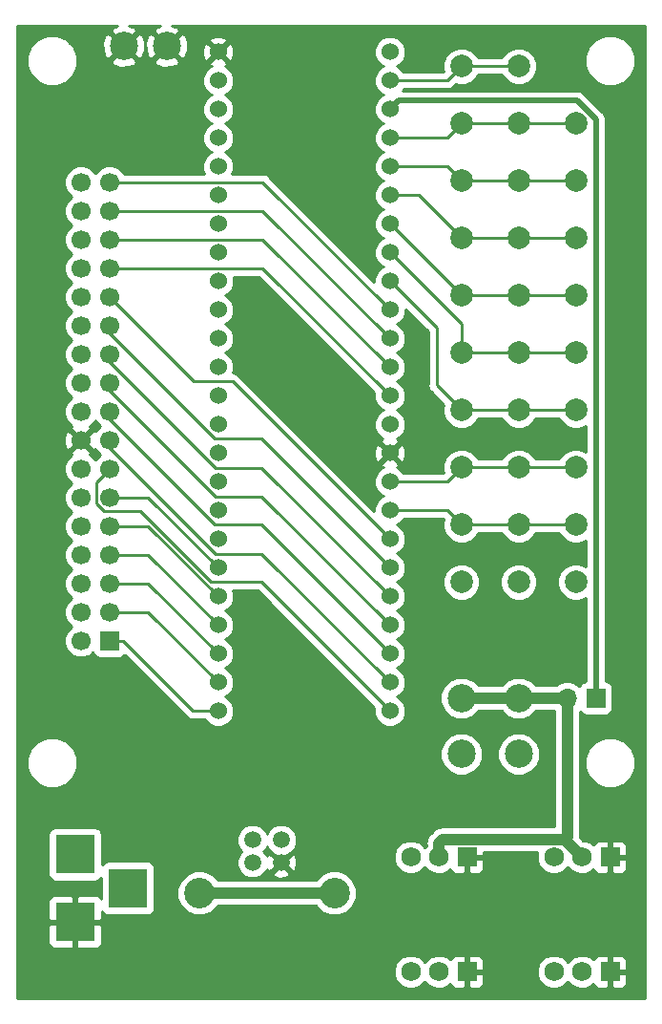
<source format=gbr>
G04 #@! TF.GenerationSoftware,KiCad,Pcbnew,(5.0.2-4-g3082e92af)*
G04 #@! TF.CreationDate,2019-02-05T21:12:24+02:00*
G04 #@! TF.ProjectId,My Piano Controller 6 (Full SMD),4d792050-6961-46e6-9f20-436f6e74726f,rev?*
G04 #@! TF.SameCoordinates,Original*
G04 #@! TF.FileFunction,Copper,L2,Bot*
G04 #@! TF.FilePolarity,Positive*
%FSLAX46Y46*%
G04 Gerber Fmt 4.6, Leading zero omitted, Abs format (unit mm)*
G04 Created by KiCad (PCBNEW (5.0.2-4-g3082e92af)) date 2019 February 05, Tuesday 21:12:24*
%MOMM*%
%LPD*%
G01*
G04 APERTURE LIST*
G04 #@! TA.AperFunction,ComponentPad*
%ADD10C,1.998980*%
G04 #@! TD*
G04 #@! TA.AperFunction,ComponentPad*
%ADD11C,1.700000*%
G04 #@! TD*
G04 #@! TA.AperFunction,ComponentPad*
%ADD12R,1.700000X1.700000*%
G04 #@! TD*
G04 #@! TA.AperFunction,ComponentPad*
%ADD13C,1.530000*%
G04 #@! TD*
G04 #@! TA.AperFunction,ComponentPad*
%ADD14C,2.499360*%
G04 #@! TD*
G04 #@! TA.AperFunction,ComponentPad*
%ADD15R,3.500000X3.500000*%
G04 #@! TD*
G04 #@! TA.AperFunction,ComponentPad*
%ADD16C,2.700000*%
G04 #@! TD*
G04 #@! TA.AperFunction,ComponentPad*
%ADD17C,1.520000*%
G04 #@! TD*
G04 #@! TA.AperFunction,ComponentPad*
%ADD18C,1.750000*%
G04 #@! TD*
G04 #@! TA.AperFunction,ComponentPad*
%ADD19R,1.750000X1.750000*%
G04 #@! TD*
G04 #@! TA.AperFunction,ComponentPad*
%ADD20O,1.700000X1.700000*%
G04 #@! TD*
G04 #@! TA.AperFunction,Conductor*
%ADD21C,0.250000*%
G04 #@! TD*
G04 #@! TA.AperFunction,Conductor*
%ADD22C,1.000000*%
G04 #@! TD*
G04 #@! TA.AperFunction,Conductor*
%ADD23C,0.500000*%
G04 #@! TD*
G04 #@! TA.AperFunction,Conductor*
%ADD24C,0.254000*%
G04 #@! TD*
G04 APERTURE END LIST*
D10*
G04 #@! TO.P,AGND1,1*
G04 #@! TO.N,Net-(AGND1-Pad1)*
X148082000Y-37338000D03*
G04 #@! TD*
G04 #@! TO.P,AGND2,1*
G04 #@! TO.N,Net-(AGND1-Pad1)*
X153162000Y-37338000D03*
G04 #@! TD*
G04 #@! TO.P,AIN11,1*
G04 #@! TO.N,Net-(AIN11-Pad1)*
X148082000Y-77978000D03*
G04 #@! TD*
G04 #@! TO.P,AIN12,1*
G04 #@! TO.N,Net-(AIN11-Pad1)*
X153162000Y-77978000D03*
G04 #@! TD*
G04 #@! TO.P,AIN13,1*
G04 #@! TO.N,Net-(AIN11-Pad1)*
X158242000Y-77978000D03*
G04 #@! TD*
G04 #@! TO.P,AIN21,1*
G04 #@! TO.N,Net-(AIN21-Pad1)*
X148082000Y-72898000D03*
G04 #@! TD*
G04 #@! TO.P,AIN22,1*
G04 #@! TO.N,Net-(AIN21-Pad1)*
X153162000Y-72898000D03*
G04 #@! TD*
G04 #@! TO.P,AIN23,1*
G04 #@! TO.N,Net-(AIN21-Pad1)*
X158242000Y-72898000D03*
G04 #@! TD*
D11*
G04 #@! TO.P,COMM1,34*
G04 #@! TO.N,/G18*
X114300000Y-47625000D03*
G04 #@! TO.P,COMM1,33*
G04 #@! TO.N,/G9*
X116840000Y-47625000D03*
G04 #@! TO.P,COMM1,32*
G04 #@! TO.N,/G17*
X114300000Y-50165000D03*
G04 #@! TO.P,COMM1,31*
G04 #@! TO.N,/G8*
X116840000Y-50165000D03*
G04 #@! TO.P,COMM1,30*
G04 #@! TO.N,/G16*
X114300000Y-52705000D03*
G04 #@! TO.P,COMM1,29*
G04 #@! TO.N,/G7*
X116840000Y-52705000D03*
G04 #@! TO.P,COMM1,28*
G04 #@! TO.N,/G15*
X114300000Y-55245000D03*
G04 #@! TO.P,COMM1,27*
G04 #@! TO.N,/G6*
X116840000Y-55245000D03*
G04 #@! TO.P,COMM1,26*
G04 #@! TO.N,/G14*
X114300000Y-57785000D03*
G04 #@! TO.P,COMM1,25*
G04 #@! TO.N,/G5*
X116840000Y-57785000D03*
G04 #@! TO.P,COMM1,24*
G04 #@! TO.N,/G13*
X114300000Y-60325000D03*
G04 #@! TO.P,COMM1,23*
G04 #@! TO.N,/G4*
X116840000Y-60325000D03*
G04 #@! TO.P,COMM1,22*
G04 #@! TO.N,/G12*
X114300000Y-62865000D03*
G04 #@! TO.P,COMM1,21*
G04 #@! TO.N,/G3*
X116840000Y-62865000D03*
G04 #@! TO.P,COMM1,20*
G04 #@! TO.N,/G11*
X114300000Y-65405000D03*
G04 #@! TO.P,COMM1,19*
G04 #@! TO.N,/G2*
X116840000Y-65405000D03*
G04 #@! TO.P,COMM1,18*
G04 #@! TO.N,/G10*
X114300000Y-67945000D03*
G04 #@! TO.P,COMM1,17*
G04 #@! TO.N,/G1*
X116840000Y-67945000D03*
G04 #@! TO.P,COMM1,16*
G04 #@! TO.N,GND*
X114300000Y-70485000D03*
G04 #@! TO.P,COMM1,15*
G04 #@! TO.N,/NOTE41*
X116840000Y-70485000D03*
G04 #@! TO.P,COMM1,14*
G04 #@! TO.N,/NOTE43*
X114300000Y-73025000D03*
G04 #@! TO.P,COMM1,13*
G04 #@! TO.N,/NOTE42*
X116840000Y-73025000D03*
G04 #@! TO.P,COMM1,12*
G04 #@! TO.N,/NOTE51*
X114300000Y-75565000D03*
G04 #@! TO.P,COMM1,11*
G04 #@! TO.N,/NOTE22*
X116840000Y-75565000D03*
G04 #@! TO.P,COMM1,10*
G04 #@! TO.N,/NOTE52*
X114300000Y-78105000D03*
G04 #@! TO.P,COMM1,9*
G04 #@! TO.N,/NOTE23*
X116840000Y-78105000D03*
G04 #@! TO.P,COMM1,8*
G04 #@! TO.N,/NOTE53*
X114300000Y-80645000D03*
G04 #@! TO.P,COMM1,7*
G04 #@! TO.N,/NOTE21*
X116840000Y-80645000D03*
G04 #@! TO.P,COMM1,6*
G04 #@! TO.N,/NOTE32*
X114300000Y-83185000D03*
G04 #@! TO.P,COMM1,5*
G04 #@! TO.N,/NOTE13*
X116840000Y-83185000D03*
G04 #@! TO.P,COMM1,4*
G04 #@! TO.N,/NOTE31*
X114300000Y-85725000D03*
G04 #@! TO.P,COMM1,3*
G04 #@! TO.N,/NOTE12*
X116840000Y-85725000D03*
G04 #@! TO.P,COMM1,2*
G04 #@! TO.N,/NOTE33*
X114300000Y-88265000D03*
D12*
G04 #@! TO.P,COMM1,1*
G04 #@! TO.N,/NOTE11*
X116840000Y-88265000D03*
G04 #@! TD*
D13*
G04 #@! TO.P,CTL1,GND_1*
G04 #@! TO.N,GND*
X126492000Y-36068000D03*
G04 #@! TO.P,CTL1,0*
G04 #@! TO.N,/G18*
X126492000Y-38608000D03*
G04 #@! TO.P,CTL1,1*
G04 #@! TO.N,/G17*
X126492000Y-41148000D03*
G04 #@! TO.P,CTL1,2*
G04 #@! TO.N,/G16*
X126492000Y-43688000D03*
G04 #@! TO.P,CTL1,3*
G04 #@! TO.N,/G15*
X126492000Y-46228000D03*
G04 #@! TO.P,CTL1,4*
G04 #@! TO.N,/G14*
X126492000Y-48768000D03*
G04 #@! TO.P,CTL1,5*
G04 #@! TO.N,/G13*
X126492000Y-51308000D03*
G04 #@! TO.P,CTL1,6*
G04 #@! TO.N,/G12*
X126492000Y-53848000D03*
G04 #@! TO.P,CTL1,7*
G04 #@! TO.N,/G11*
X126492000Y-56388000D03*
G04 #@! TO.P,CTL1,8*
G04 #@! TO.N,/G10*
X126492000Y-58928000D03*
G04 #@! TO.P,CTL1,9*
G04 #@! TO.N,/NOTE43*
X126492000Y-61468000D03*
G04 #@! TO.P,CTL1,10*
G04 #@! TO.N,/NOTE51*
X126492000Y-64008000D03*
G04 #@! TO.P,CTL1,11*
G04 #@! TO.N,/NOTE52*
X126492000Y-66548000D03*
G04 #@! TO.P,CTL1,12*
G04 #@! TO.N,/NOTE53*
X126492000Y-69088000D03*
G04 #@! TO.P,CTL1,3V3_1*
G04 #@! TO.N,Net-(CTL1-Pad3V3_1)*
X126492000Y-71628000D03*
G04 #@! TO.P,CTL1,24*
G04 #@! TO.N,/NOTE32*
X126492000Y-74168000D03*
G04 #@! TO.P,CTL1,13*
G04 #@! TO.N,Net-(CTL1-Pad13)*
X141732000Y-69088000D03*
G04 #@! TO.P,CTL1,14*
G04 #@! TO.N,/G6*
X141732000Y-66548000D03*
G04 #@! TO.P,CTL1,15*
G04 #@! TO.N,/G7*
X141732000Y-64008000D03*
G04 #@! TO.P,CTL1,16*
G04 #@! TO.N,/G8*
X141732000Y-61468000D03*
G04 #@! TO.P,CTL1,17*
G04 #@! TO.N,/G9*
X141732000Y-58928000D03*
G04 #@! TO.P,CTL1,18*
G04 #@! TO.N,Net-(CTL1-Pad18)*
X141732000Y-56388000D03*
G04 #@! TO.P,CTL1,19*
G04 #@! TO.N,Net-(CTL1-Pad19)*
X141732000Y-53848000D03*
G04 #@! TO.P,CTL1,20*
G04 #@! TO.N,Net-(CTL1-Pad20)*
X141732000Y-51308000D03*
G04 #@! TO.P,CTL1,21*
G04 #@! TO.N,Net-(CTL1-Pad21)*
X141732000Y-48768000D03*
G04 #@! TO.P,CTL1,22*
G04 #@! TO.N,Net-(CTL1-Pad22)*
X141732000Y-46228000D03*
G04 #@! TO.P,CTL1,23*
G04 #@! TO.N,Net-(CTL1-Pad23)*
X141732000Y-43688000D03*
G04 #@! TO.P,CTL1,3V3_2*
G04 #@! TO.N,Net-(CTL1-Pad3V3_2)*
X141732000Y-41148000D03*
G04 #@! TO.P,CTL1,AGND*
G04 #@! TO.N,Net-(AGND1-Pad1)*
X141732000Y-38608000D03*
G04 #@! TO.P,CTL1,VIN*
G04 #@! TO.N,Net-(CTL1-PadVIN)*
X141732000Y-36068000D03*
G04 #@! TO.P,CTL1,25*
G04 #@! TO.N,/NOTE31*
X126492000Y-76708000D03*
G04 #@! TO.P,CTL1,26*
G04 #@! TO.N,/NOTE33*
X126492000Y-79248000D03*
G04 #@! TO.P,CTL1,27*
G04 #@! TO.N,/NOTE22*
X126492000Y-81788000D03*
G04 #@! TO.P,CTL1,28*
G04 #@! TO.N,/NOTE23*
X126492000Y-84328000D03*
G04 #@! TO.P,CTL1,29*
G04 #@! TO.N,/NOTE21*
X126492000Y-86868000D03*
G04 #@! TO.P,CTL1,30*
G04 #@! TO.N,/NOTE13*
X126492000Y-89408000D03*
G04 #@! TO.P,CTL1,31*
G04 #@! TO.N,/NOTE12*
X126492000Y-91948000D03*
G04 #@! TO.P,CTL1,32*
G04 #@! TO.N,/NOTE11*
X126492000Y-94488000D03*
G04 #@! TO.P,CTL1,GND_2*
G04 #@! TO.N,GND*
X141732000Y-71628000D03*
G04 #@! TO.P,CTL1,A22*
G04 #@! TO.N,Net-(AIN21-Pad1)*
X141732000Y-74168000D03*
G04 #@! TO.P,CTL1,A21*
G04 #@! TO.N,Net-(AIN11-Pad1)*
X141732000Y-76708000D03*
G04 #@! TO.P,CTL1,33*
G04 #@! TO.N,/NOTE42*
X141732000Y-94488000D03*
G04 #@! TO.P,CTL1,34*
G04 #@! TO.N,/NOTE41*
X141732000Y-91948000D03*
G04 #@! TO.P,CTL1,35*
G04 #@! TO.N,/G1*
X141732000Y-89408000D03*
G04 #@! TO.P,CTL1,36*
G04 #@! TO.N,/G2*
X141732000Y-86868000D03*
G04 #@! TO.P,CTL1,37*
G04 #@! TO.N,/G3*
X141732000Y-84328000D03*
G04 #@! TO.P,CTL1,38*
G04 #@! TO.N,/G4*
X141732000Y-81788000D03*
G04 #@! TO.P,CTL1,39*
G04 #@! TO.N,/G5*
X141732000Y-79248000D03*
G04 #@! TD*
D14*
G04 #@! TO.P,GN1,1*
G04 #@! TO.N,GND*
X121920000Y-35560000D03*
G04 #@! TD*
G04 #@! TO.P,GN2,1*
G04 #@! TO.N,GND*
X118110000Y-35560000D03*
G04 #@! TD*
D10*
G04 #@! TO.P,IN181,1*
G04 #@! TO.N,Net-(CTL1-Pad18)*
X148082000Y-67818000D03*
G04 #@! TD*
G04 #@! TO.P,IN182,1*
G04 #@! TO.N,Net-(CTL1-Pad18)*
X153162000Y-67818000D03*
G04 #@! TD*
G04 #@! TO.P,IN183,1*
G04 #@! TO.N,Net-(CTL1-Pad18)*
X158242000Y-67818000D03*
G04 #@! TD*
G04 #@! TO.P,IN191,1*
G04 #@! TO.N,Net-(CTL1-Pad19)*
X148082000Y-62738000D03*
G04 #@! TD*
G04 #@! TO.P,IN192,1*
G04 #@! TO.N,Net-(CTL1-Pad19)*
X153162000Y-62738000D03*
G04 #@! TD*
G04 #@! TO.P,IN193,1*
G04 #@! TO.N,Net-(CTL1-Pad19)*
X158242000Y-62738000D03*
G04 #@! TD*
G04 #@! TO.P,IN201,1*
G04 #@! TO.N,Net-(CTL1-Pad20)*
X148082000Y-57658000D03*
G04 #@! TD*
G04 #@! TO.P,IN202,1*
G04 #@! TO.N,Net-(CTL1-Pad20)*
X158242000Y-57658000D03*
G04 #@! TD*
G04 #@! TO.P,IN203,1*
G04 #@! TO.N,Net-(CTL1-Pad20)*
X153162000Y-57658000D03*
G04 #@! TD*
G04 #@! TO.P,IN211,1*
G04 #@! TO.N,Net-(CTL1-Pad21)*
X148082000Y-52578000D03*
G04 #@! TD*
G04 #@! TO.P,IN212,1*
G04 #@! TO.N,Net-(CTL1-Pad21)*
X153162000Y-52578000D03*
G04 #@! TD*
G04 #@! TO.P,IN213,1*
G04 #@! TO.N,Net-(CTL1-Pad21)*
X158242000Y-52578000D03*
G04 #@! TD*
G04 #@! TO.P,IN221,1*
G04 #@! TO.N,Net-(CTL1-Pad22)*
X148082000Y-47498000D03*
G04 #@! TD*
G04 #@! TO.P,IN222,1*
G04 #@! TO.N,Net-(CTL1-Pad22)*
X153162000Y-47498000D03*
G04 #@! TD*
G04 #@! TO.P,IN223,1*
G04 #@! TO.N,Net-(CTL1-Pad22)*
X158242000Y-47498000D03*
G04 #@! TD*
G04 #@! TO.P,IN231,1*
G04 #@! TO.N,Net-(CTL1-Pad23)*
X148082000Y-42418000D03*
G04 #@! TD*
G04 #@! TO.P,IN232,1*
G04 #@! TO.N,Net-(CTL1-Pad23)*
X153162000Y-42418000D03*
G04 #@! TD*
G04 #@! TO.P,IN233,1*
G04 #@! TO.N,Net-(CTL1-Pad23)*
X158242000Y-42418000D03*
G04 #@! TD*
D15*
G04 #@! TO.P,J11,3*
G04 #@! TO.N,N/C*
X118492000Y-110188000D03*
G04 #@! TO.P,J11,2*
G04 #@! TO.N,GND*
X113792000Y-113188000D03*
G04 #@! TO.P,J11,1*
G04 #@! TO.N,+5V*
X113792000Y-107188000D03*
G04 #@! TD*
D16*
G04 #@! TO.P,USB1,5*
G04 #@! TO.N,Net-(USB1-Pad5)*
X136810000Y-110618000D03*
X124810000Y-110618000D03*
D17*
G04 #@! TO.P,USB1,3*
G04 #@! TO.N,Net-(USB1-Pad3)*
X129540000Y-107918000D03*
G04 #@! TO.P,USB1,4*
G04 #@! TO.N,GND*
X132080000Y-107918000D03*
G04 #@! TO.P,USB1,1*
G04 #@! TO.N,+5V*
X132080000Y-105918000D03*
G04 #@! TO.P,USB1,2*
G04 #@! TO.N,Net-(USB1-Pad2)*
X129540000Y-105918000D03*
G04 #@! TD*
D14*
G04 #@! TO.P,VOUT51,1*
G04 #@! TO.N,+5V*
X148082000Y-98298000D03*
G04 #@! TD*
G04 #@! TO.P,VOUT52,1*
G04 #@! TO.N,+5V*
X153162000Y-98298000D03*
G04 #@! TD*
G04 #@! TO.P,VOUT331,1*
G04 #@! TO.N,+3V3*
X148082000Y-93345000D03*
G04 #@! TD*
G04 #@! TO.P,VOUT332,1*
G04 #@! TO.N,+3V3*
X153162000Y-93345000D03*
G04 #@! TD*
D10*
G04 #@! TO.P,VOUT337,1*
G04 #@! TO.N,Net-(R1-Pad2)*
X158242000Y-83058000D03*
G04 #@! TD*
G04 #@! TO.P,VOUT338,1*
G04 #@! TO.N,Net-(R2-Pad2)*
X148082000Y-83058000D03*
G04 #@! TD*
G04 #@! TO.P,VOUT339,1*
G04 #@! TO.N,Net-(R3-Pad2)*
X153162000Y-83058000D03*
G04 #@! TD*
D18*
G04 #@! TO.P,PWR1,3*
G04 #@! TO.N,+5V*
X143590000Y-107442000D03*
G04 #@! TO.P,PWR1,2*
G04 #@! TO.N,+3V3*
X146090000Y-107442000D03*
D19*
G04 #@! TO.P,PWR1,1*
G04 #@! TO.N,GND*
X148590000Y-107442000D03*
G04 #@! TD*
G04 #@! TO.P,PWR2,1*
G04 #@! TO.N,GND*
X148590000Y-117602000D03*
D18*
G04 #@! TO.P,PWR2,2*
G04 #@! TO.N,+3V3*
X146090000Y-117602000D03*
G04 #@! TO.P,PWR2,3*
G04 #@! TO.N,+5V*
X143590000Y-117602000D03*
G04 #@! TD*
G04 #@! TO.P,PWR3,3*
G04 #@! TO.N,+5V*
X156290000Y-107442000D03*
G04 #@! TO.P,PWR3,2*
G04 #@! TO.N,+3V3*
X158790000Y-107442000D03*
D19*
G04 #@! TO.P,PWR3,1*
G04 #@! TO.N,GND*
X161290000Y-107442000D03*
G04 #@! TD*
G04 #@! TO.P,PWR4,1*
G04 #@! TO.N,GND*
X161290000Y-117602000D03*
D18*
G04 #@! TO.P,PWR4,2*
G04 #@! TO.N,+3V3*
X158790000Y-117602000D03*
G04 #@! TO.P,PWR4,3*
G04 #@! TO.N,+5V*
X156290000Y-117602000D03*
G04 #@! TD*
D20*
G04 #@! TO.P,JP1,2*
G04 #@! TO.N,+3V3*
X157480000Y-93345000D03*
D12*
G04 #@! TO.P,JP1,1*
G04 #@! TO.N,Net-(CTL1-Pad3V3_2)*
X160020000Y-93345000D03*
G04 #@! TD*
D21*
G04 #@! TO.N,Net-(AGND1-Pad1)*
X153162000Y-37338000D02*
X148082000Y-37338000D01*
X141732000Y-38608000D02*
X146812000Y-38608000D01*
X146812000Y-38608000D02*
X148082000Y-37338000D01*
G04 #@! TO.N,Net-(AIN11-Pad1)*
X153162000Y-77978000D02*
X148082000Y-77978000D01*
X158242000Y-77978000D02*
X153162000Y-77978000D01*
X141732000Y-76708000D02*
X146812000Y-76708000D01*
X146812000Y-76708000D02*
X148082000Y-77978000D01*
G04 #@! TO.N,Net-(AIN21-Pad1)*
X153162000Y-72898000D02*
X148082000Y-72898000D01*
X158242000Y-72898000D02*
X153162000Y-72898000D01*
X141732000Y-74168000D02*
X146812000Y-74168000D01*
X146812000Y-74168000D02*
X148082000Y-72898000D01*
G04 #@! TO.N,/G9*
X141732000Y-58928000D02*
X130429000Y-47625000D01*
X130429000Y-47625000D02*
X116840000Y-47625000D01*
G04 #@! TO.N,/G8*
X141732000Y-61468000D02*
X130429000Y-50165000D01*
X130429000Y-50165000D02*
X116840000Y-50165000D01*
G04 #@! TO.N,/G7*
X141732000Y-64008000D02*
X130429000Y-52705000D01*
X130429000Y-52705000D02*
X116840000Y-52705000D01*
G04 #@! TO.N,/G6*
X141732000Y-66548000D02*
X130429000Y-55245000D01*
X130429000Y-55245000D02*
X116840000Y-55245000D01*
G04 #@! TO.N,/G5*
X141732000Y-79248000D02*
X127762000Y-65278000D01*
X127762000Y-65278000D02*
X124333000Y-65278000D01*
X124333000Y-65278000D02*
X116840000Y-57785000D01*
G04 #@! TO.N,/G4*
X141732000Y-81788000D02*
X130302000Y-70358000D01*
X130302000Y-70358000D02*
X126169100Y-70358000D01*
X126169100Y-70358000D02*
X116840000Y-61028900D01*
X116840000Y-61028900D02*
X116840000Y-60325000D01*
G04 #@! TO.N,/G3*
X141732000Y-84328000D02*
X130347200Y-72943200D01*
X130347200Y-72943200D02*
X126241200Y-72943200D01*
X126241200Y-72943200D02*
X116840000Y-63542000D01*
X116840000Y-63542000D02*
X116840000Y-62865000D01*
G04 #@! TO.N,/G2*
X141732000Y-86868000D02*
X130347200Y-75483200D01*
X130347200Y-75483200D02*
X126243600Y-75483200D01*
X126243600Y-75483200D02*
X116840000Y-66079600D01*
X116840000Y-66079600D02*
X116840000Y-65405000D01*
G04 #@! TO.N,/G1*
X141732000Y-89408000D02*
X130302000Y-77978000D01*
X130302000Y-77978000D02*
X126209300Y-77978000D01*
X126209300Y-77978000D02*
X116840000Y-68608700D01*
X116840000Y-68608700D02*
X116840000Y-67945000D01*
G04 #@! TO.N,/NOTE41*
X141732000Y-91948000D02*
X130347200Y-80563200D01*
X130347200Y-80563200D02*
X126243900Y-80563200D01*
X126243900Y-80563200D02*
X116840000Y-71159300D01*
X116840000Y-71159300D02*
X116840000Y-70485000D01*
G04 #@! TO.N,/NOTE42*
X116840000Y-73025000D02*
X115664600Y-74200400D01*
X115664600Y-74200400D02*
X115664600Y-76090600D01*
X115664600Y-76090600D02*
X116329200Y-76755200D01*
X116329200Y-76755200D02*
X119556100Y-76755200D01*
X119556100Y-76755200D02*
X125858900Y-83058000D01*
X125858900Y-83058000D02*
X130302000Y-83058000D01*
X130302000Y-83058000D02*
X141732000Y-94488000D01*
G04 #@! TO.N,/NOTE22*
X126492000Y-81788000D02*
X120269000Y-75565000D01*
X120269000Y-75565000D02*
X116840000Y-75565000D01*
G04 #@! TO.N,/NOTE23*
X126492000Y-84328000D02*
X120269000Y-78105000D01*
X120269000Y-78105000D02*
X116840000Y-78105000D01*
G04 #@! TO.N,/NOTE21*
X126492000Y-86868000D02*
X120269000Y-80645000D01*
X120269000Y-80645000D02*
X116840000Y-80645000D01*
G04 #@! TO.N,/NOTE13*
X126492000Y-89408000D02*
X120269000Y-83185000D01*
X120269000Y-83185000D02*
X116840000Y-83185000D01*
G04 #@! TO.N,/NOTE12*
X126492000Y-91948000D02*
X120269000Y-85725000D01*
X120269000Y-85725000D02*
X116840000Y-85725000D01*
G04 #@! TO.N,/NOTE11*
X116840000Y-88265000D02*
X118015300Y-88265000D01*
X126492000Y-94488000D02*
X124238300Y-94488000D01*
X124238300Y-94488000D02*
X118015300Y-88265000D01*
D22*
G04 #@! TO.N,+3V3*
X157214999Y-105866999D02*
X157915001Y-106567001D01*
X146090000Y-106204564D02*
X146427565Y-105866999D01*
X157915001Y-106567001D02*
X158790000Y-107442000D01*
X146427565Y-105866999D02*
X157214999Y-105866999D01*
X146090000Y-107442000D02*
X146090000Y-106204564D01*
X157480000Y-105601998D02*
X157480000Y-93345000D01*
X157214999Y-105866999D02*
X157480000Y-105601998D01*
X157480000Y-93345000D02*
X153162000Y-93345000D01*
X153162000Y-93345000D02*
X148082000Y-93345000D01*
G04 #@! TO.N,Net-(USB1-Pad5)*
X124810000Y-110618000D02*
X136810000Y-110618000D01*
D21*
G04 #@! TO.N,Net-(CTL1-Pad18)*
X153162000Y-67818000D02*
X148082000Y-67818000D01*
X158242000Y-67818000D02*
X153162000Y-67818000D01*
X141732000Y-56388000D02*
X145874900Y-60530900D01*
X145874900Y-60530900D02*
X145874900Y-65610900D01*
X145874900Y-65610900D02*
X148082000Y-67818000D01*
G04 #@! TO.N,Net-(CTL1-Pad19)*
X153162000Y-62738000D02*
X148082000Y-62738000D01*
X158242000Y-62738000D02*
X153162000Y-62738000D01*
X141732000Y-53848000D02*
X148082000Y-60198000D01*
X148082000Y-60198000D02*
X148082000Y-62738000D01*
G04 #@! TO.N,Net-(CTL1-Pad20)*
X153162000Y-57658000D02*
X148082000Y-57658000D01*
X158242000Y-57658000D02*
X153162000Y-57658000D01*
X141732000Y-51308000D02*
X148082000Y-57658000D01*
G04 #@! TO.N,Net-(CTL1-Pad21)*
X153162000Y-52578000D02*
X148082000Y-52578000D01*
X158242000Y-52578000D02*
X153162000Y-52578000D01*
X141732000Y-48768000D02*
X144272000Y-48768000D01*
X144272000Y-48768000D02*
X148082000Y-52578000D01*
G04 #@! TO.N,Net-(CTL1-Pad22)*
X153162000Y-47498000D02*
X148082000Y-47498000D01*
X158242000Y-47498000D02*
X153162000Y-47498000D01*
X141732000Y-46228000D02*
X146812000Y-46228000D01*
X146812000Y-46228000D02*
X148082000Y-47498000D01*
G04 #@! TO.N,Net-(CTL1-Pad23)*
X153162000Y-42418000D02*
X148082000Y-42418000D01*
X158242000Y-42418000D02*
X153162000Y-42418000D01*
X141732000Y-43688000D02*
X146812000Y-43688000D01*
X146812000Y-43688000D02*
X148082000Y-42418000D01*
D23*
G04 #@! TO.N,Net-(CTL1-Pad3V3_2)*
X142496999Y-40383001D02*
X141732000Y-41148000D01*
X158352249Y-40383001D02*
X142496999Y-40383001D01*
X160020000Y-42050752D02*
X158352249Y-40383001D01*
X160020000Y-93345000D02*
X160020000Y-42050752D01*
G04 #@! TD*
D24*
G04 #@! TO.N,GND*
G36*
X117085725Y-33934141D02*
X116956517Y-34226911D01*
X118110000Y-35380395D01*
X119263483Y-34226911D01*
X119134275Y-33934141D01*
X118601372Y-33730000D01*
X121388565Y-33730000D01*
X120895725Y-33934141D01*
X120766517Y-34226911D01*
X121920000Y-35380395D01*
X123073483Y-34226911D01*
X122944275Y-33934141D01*
X122411372Y-33730000D01*
X164390000Y-33730000D01*
X164390001Y-119940000D01*
X108660000Y-119940000D01*
X108660000Y-117301642D01*
X142080000Y-117301642D01*
X142080000Y-117902358D01*
X142309884Y-118457346D01*
X142734654Y-118882116D01*
X143289642Y-119112000D01*
X143890358Y-119112000D01*
X144445346Y-118882116D01*
X144840000Y-118487462D01*
X145234654Y-118882116D01*
X145789642Y-119112000D01*
X146390358Y-119112000D01*
X146945346Y-118882116D01*
X147122221Y-118705241D01*
X147176673Y-118836699D01*
X147355302Y-119015327D01*
X147588691Y-119112000D01*
X148304250Y-119112000D01*
X148463000Y-118953250D01*
X148463000Y-117729000D01*
X148717000Y-117729000D01*
X148717000Y-118953250D01*
X148875750Y-119112000D01*
X149591309Y-119112000D01*
X149824698Y-119015327D01*
X150003327Y-118836699D01*
X150100000Y-118603310D01*
X150100000Y-117887750D01*
X149941250Y-117729000D01*
X148717000Y-117729000D01*
X148463000Y-117729000D01*
X148443000Y-117729000D01*
X148443000Y-117475000D01*
X148463000Y-117475000D01*
X148463000Y-116250750D01*
X148717000Y-116250750D01*
X148717000Y-117475000D01*
X149941250Y-117475000D01*
X150100000Y-117316250D01*
X150100000Y-117301642D01*
X154780000Y-117301642D01*
X154780000Y-117902358D01*
X155009884Y-118457346D01*
X155434654Y-118882116D01*
X155989642Y-119112000D01*
X156590358Y-119112000D01*
X157145346Y-118882116D01*
X157540000Y-118487462D01*
X157934654Y-118882116D01*
X158489642Y-119112000D01*
X159090358Y-119112000D01*
X159645346Y-118882116D01*
X159822221Y-118705241D01*
X159876673Y-118836699D01*
X160055302Y-119015327D01*
X160288691Y-119112000D01*
X161004250Y-119112000D01*
X161163000Y-118953250D01*
X161163000Y-117729000D01*
X161417000Y-117729000D01*
X161417000Y-118953250D01*
X161575750Y-119112000D01*
X162291309Y-119112000D01*
X162524698Y-119015327D01*
X162703327Y-118836699D01*
X162800000Y-118603310D01*
X162800000Y-117887750D01*
X162641250Y-117729000D01*
X161417000Y-117729000D01*
X161163000Y-117729000D01*
X161143000Y-117729000D01*
X161143000Y-117475000D01*
X161163000Y-117475000D01*
X161163000Y-116250750D01*
X161417000Y-116250750D01*
X161417000Y-117475000D01*
X162641250Y-117475000D01*
X162800000Y-117316250D01*
X162800000Y-116600690D01*
X162703327Y-116367301D01*
X162524698Y-116188673D01*
X162291309Y-116092000D01*
X161575750Y-116092000D01*
X161417000Y-116250750D01*
X161163000Y-116250750D01*
X161004250Y-116092000D01*
X160288691Y-116092000D01*
X160055302Y-116188673D01*
X159876673Y-116367301D01*
X159822221Y-116498759D01*
X159645346Y-116321884D01*
X159090358Y-116092000D01*
X158489642Y-116092000D01*
X157934654Y-116321884D01*
X157540000Y-116716538D01*
X157145346Y-116321884D01*
X156590358Y-116092000D01*
X155989642Y-116092000D01*
X155434654Y-116321884D01*
X155009884Y-116746654D01*
X154780000Y-117301642D01*
X150100000Y-117301642D01*
X150100000Y-116600690D01*
X150003327Y-116367301D01*
X149824698Y-116188673D01*
X149591309Y-116092000D01*
X148875750Y-116092000D01*
X148717000Y-116250750D01*
X148463000Y-116250750D01*
X148304250Y-116092000D01*
X147588691Y-116092000D01*
X147355302Y-116188673D01*
X147176673Y-116367301D01*
X147122221Y-116498759D01*
X146945346Y-116321884D01*
X146390358Y-116092000D01*
X145789642Y-116092000D01*
X145234654Y-116321884D01*
X144840000Y-116716538D01*
X144445346Y-116321884D01*
X143890358Y-116092000D01*
X143289642Y-116092000D01*
X142734654Y-116321884D01*
X142309884Y-116746654D01*
X142080000Y-117301642D01*
X108660000Y-117301642D01*
X108660000Y-113473750D01*
X111407000Y-113473750D01*
X111407000Y-115064309D01*
X111503673Y-115297698D01*
X111682301Y-115476327D01*
X111915690Y-115573000D01*
X113506250Y-115573000D01*
X113665000Y-115414250D01*
X113665000Y-113315000D01*
X113919000Y-113315000D01*
X113919000Y-115414250D01*
X114077750Y-115573000D01*
X115668310Y-115573000D01*
X115901699Y-115476327D01*
X116080327Y-115297698D01*
X116177000Y-115064309D01*
X116177000Y-113473750D01*
X116018250Y-113315000D01*
X113919000Y-113315000D01*
X113665000Y-113315000D01*
X111565750Y-113315000D01*
X111407000Y-113473750D01*
X108660000Y-113473750D01*
X108660000Y-111311691D01*
X111407000Y-111311691D01*
X111407000Y-112902250D01*
X111565750Y-113061000D01*
X113665000Y-113061000D01*
X113665000Y-110961750D01*
X113506250Y-110803000D01*
X111915690Y-110803000D01*
X111682301Y-110899673D01*
X111503673Y-111078302D01*
X111407000Y-111311691D01*
X108660000Y-111311691D01*
X108660000Y-105438000D01*
X111394560Y-105438000D01*
X111394560Y-108938000D01*
X111443843Y-109185765D01*
X111584191Y-109395809D01*
X111794235Y-109536157D01*
X112042000Y-109585440D01*
X115542000Y-109585440D01*
X115789765Y-109536157D01*
X115999809Y-109395809D01*
X116094560Y-109254005D01*
X116094560Y-111112663D01*
X116080327Y-111078302D01*
X115901699Y-110899673D01*
X115668310Y-110803000D01*
X114077750Y-110803000D01*
X113919000Y-110961750D01*
X113919000Y-113061000D01*
X116018250Y-113061000D01*
X116177000Y-112902250D01*
X116177000Y-112235388D01*
X116284191Y-112395809D01*
X116494235Y-112536157D01*
X116742000Y-112585440D01*
X120242000Y-112585440D01*
X120489765Y-112536157D01*
X120699809Y-112395809D01*
X120840157Y-112185765D01*
X120889440Y-111938000D01*
X120889440Y-110223159D01*
X122825000Y-110223159D01*
X122825000Y-111012841D01*
X123127199Y-111742412D01*
X123685588Y-112300801D01*
X124415159Y-112603000D01*
X125204841Y-112603000D01*
X125934412Y-112300801D01*
X126482213Y-111753000D01*
X135137787Y-111753000D01*
X135685588Y-112300801D01*
X136415159Y-112603000D01*
X137204841Y-112603000D01*
X137934412Y-112300801D01*
X138492801Y-111742412D01*
X138795000Y-111012841D01*
X138795000Y-110223159D01*
X138492801Y-109493588D01*
X137934412Y-108935199D01*
X137204841Y-108633000D01*
X136415159Y-108633000D01*
X135685588Y-108935199D01*
X135137787Y-109483000D01*
X126482213Y-109483000D01*
X125934412Y-108935199D01*
X125204841Y-108633000D01*
X124415159Y-108633000D01*
X123685588Y-108935199D01*
X123127199Y-109493588D01*
X122825000Y-110223159D01*
X120889440Y-110223159D01*
X120889440Y-108438000D01*
X120840157Y-108190235D01*
X120699809Y-107980191D01*
X120489765Y-107839843D01*
X120242000Y-107790560D01*
X116742000Y-107790560D01*
X116494235Y-107839843D01*
X116284191Y-107980191D01*
X116189440Y-108121995D01*
X116189440Y-105640517D01*
X128145000Y-105640517D01*
X128145000Y-106195483D01*
X128357376Y-106708204D01*
X128567172Y-106918000D01*
X128357376Y-107127796D01*
X128145000Y-107640517D01*
X128145000Y-108195483D01*
X128357376Y-108708204D01*
X128749796Y-109100624D01*
X129262517Y-109313000D01*
X129817483Y-109313000D01*
X130330204Y-109100624D01*
X130534064Y-108896764D01*
X131280841Y-108896764D01*
X131350059Y-109138742D01*
X131872780Y-109325155D01*
X132427049Y-109297341D01*
X132809941Y-109138742D01*
X132879159Y-108896764D01*
X132080000Y-108097605D01*
X131280841Y-108896764D01*
X130534064Y-108896764D01*
X130722624Y-108708204D01*
X130803422Y-108513141D01*
X130859258Y-108647941D01*
X131101236Y-108717159D01*
X131900395Y-107918000D01*
X132259605Y-107918000D01*
X133058764Y-108717159D01*
X133300742Y-108647941D01*
X133487155Y-108125220D01*
X133459341Y-107570951D01*
X133300742Y-107188059D01*
X133058764Y-107118841D01*
X132259605Y-107918000D01*
X131900395Y-107918000D01*
X131101236Y-107118841D01*
X130859258Y-107188059D01*
X130807594Y-107332931D01*
X130722624Y-107127796D01*
X130512828Y-106918000D01*
X130722624Y-106708204D01*
X130810000Y-106497260D01*
X130897376Y-106708204D01*
X131289796Y-107100624D01*
X131550015Y-107208410D01*
X132080000Y-107738395D01*
X132609985Y-107208410D01*
X132870204Y-107100624D01*
X133262624Y-106708204D01*
X133475000Y-106195483D01*
X133475000Y-105640517D01*
X133262624Y-105127796D01*
X132870204Y-104735376D01*
X132357483Y-104523000D01*
X131802517Y-104523000D01*
X131289796Y-104735376D01*
X130897376Y-105127796D01*
X130810000Y-105338740D01*
X130722624Y-105127796D01*
X130330204Y-104735376D01*
X129817483Y-104523000D01*
X129262517Y-104523000D01*
X128749796Y-104735376D01*
X128357376Y-105127796D01*
X128145000Y-105640517D01*
X116189440Y-105640517D01*
X116189440Y-105438000D01*
X116140157Y-105190235D01*
X115999809Y-104980191D01*
X115789765Y-104839843D01*
X115542000Y-104790560D01*
X112042000Y-104790560D01*
X111794235Y-104839843D01*
X111584191Y-104980191D01*
X111443843Y-105190235D01*
X111394560Y-105438000D01*
X108660000Y-105438000D01*
X108660000Y-98615431D01*
X109525000Y-98615431D01*
X109525000Y-99504569D01*
X109865259Y-100326026D01*
X110493974Y-100954741D01*
X111315431Y-101295000D01*
X112204569Y-101295000D01*
X113026026Y-100954741D01*
X113654741Y-100326026D01*
X113995000Y-99504569D01*
X113995000Y-98615431D01*
X113708233Y-97923114D01*
X146197320Y-97923114D01*
X146197320Y-98672886D01*
X146484245Y-99365585D01*
X147014415Y-99895755D01*
X147707114Y-100182680D01*
X148456886Y-100182680D01*
X149149585Y-99895755D01*
X149679755Y-99365585D01*
X149966680Y-98672886D01*
X149966680Y-97923114D01*
X151277320Y-97923114D01*
X151277320Y-98672886D01*
X151564245Y-99365585D01*
X152094415Y-99895755D01*
X152787114Y-100182680D01*
X153536886Y-100182680D01*
X154229585Y-99895755D01*
X154759755Y-99365585D01*
X155046680Y-98672886D01*
X155046680Y-97923114D01*
X154759755Y-97230415D01*
X154229585Y-96700245D01*
X153536886Y-96413320D01*
X152787114Y-96413320D01*
X152094415Y-96700245D01*
X151564245Y-97230415D01*
X151277320Y-97923114D01*
X149966680Y-97923114D01*
X149679755Y-97230415D01*
X149149585Y-96700245D01*
X148456886Y-96413320D01*
X147707114Y-96413320D01*
X147014415Y-96700245D01*
X146484245Y-97230415D01*
X146197320Y-97923114D01*
X113708233Y-97923114D01*
X113654741Y-97793974D01*
X113026026Y-97165259D01*
X112204569Y-96825000D01*
X111315431Y-96825000D01*
X110493974Y-97165259D01*
X109865259Y-97793974D01*
X109525000Y-98615431D01*
X108660000Y-98615431D01*
X108660000Y-70256279D01*
X112803282Y-70256279D01*
X112829685Y-70846458D01*
X113004741Y-71269080D01*
X113256042Y-71349353D01*
X114120395Y-70485000D01*
X113256042Y-69620647D01*
X113004741Y-69700920D01*
X112803282Y-70256279D01*
X108660000Y-70256279D01*
X108660000Y-47329615D01*
X112815000Y-47329615D01*
X112815000Y-47920385D01*
X113041078Y-48466185D01*
X113458815Y-48883922D01*
X113485560Y-48895000D01*
X113458815Y-48906078D01*
X113041078Y-49323815D01*
X112815000Y-49869615D01*
X112815000Y-50460385D01*
X113041078Y-51006185D01*
X113458815Y-51423922D01*
X113485560Y-51435000D01*
X113458815Y-51446078D01*
X113041078Y-51863815D01*
X112815000Y-52409615D01*
X112815000Y-53000385D01*
X113041078Y-53546185D01*
X113458815Y-53963922D01*
X113485560Y-53975000D01*
X113458815Y-53986078D01*
X113041078Y-54403815D01*
X112815000Y-54949615D01*
X112815000Y-55540385D01*
X113041078Y-56086185D01*
X113458815Y-56503922D01*
X113485560Y-56515000D01*
X113458815Y-56526078D01*
X113041078Y-56943815D01*
X112815000Y-57489615D01*
X112815000Y-58080385D01*
X113041078Y-58626185D01*
X113458815Y-59043922D01*
X113485560Y-59055000D01*
X113458815Y-59066078D01*
X113041078Y-59483815D01*
X112815000Y-60029615D01*
X112815000Y-60620385D01*
X113041078Y-61166185D01*
X113458815Y-61583922D01*
X113485560Y-61595000D01*
X113458815Y-61606078D01*
X113041078Y-62023815D01*
X112815000Y-62569615D01*
X112815000Y-63160385D01*
X113041078Y-63706185D01*
X113458815Y-64123922D01*
X113485560Y-64135000D01*
X113458815Y-64146078D01*
X113041078Y-64563815D01*
X112815000Y-65109615D01*
X112815000Y-65700385D01*
X113041078Y-66246185D01*
X113458815Y-66663922D01*
X113485560Y-66675000D01*
X113458815Y-66686078D01*
X113041078Y-67103815D01*
X112815000Y-67649615D01*
X112815000Y-68240385D01*
X113041078Y-68786185D01*
X113458815Y-69203922D01*
X113505247Y-69223155D01*
X113435647Y-69441042D01*
X114300000Y-70305395D01*
X115164353Y-69441042D01*
X115094753Y-69223155D01*
X115141185Y-69203922D01*
X115558922Y-68786185D01*
X115570000Y-68759440D01*
X115581078Y-68786185D01*
X115998815Y-69203922D01*
X116025560Y-69215000D01*
X115998815Y-69226078D01*
X115581078Y-69643815D01*
X115561845Y-69690247D01*
X115343958Y-69620647D01*
X114479605Y-70485000D01*
X115343958Y-71349353D01*
X115561845Y-71279753D01*
X115581078Y-71326185D01*
X115998815Y-71743922D01*
X116025560Y-71755000D01*
X115998815Y-71766078D01*
X115581078Y-72183815D01*
X115570000Y-72210560D01*
X115558922Y-72183815D01*
X115141185Y-71766078D01*
X115094753Y-71746845D01*
X115164353Y-71528958D01*
X114300000Y-70664605D01*
X113435647Y-71528958D01*
X113505247Y-71746845D01*
X113458815Y-71766078D01*
X113041078Y-72183815D01*
X112815000Y-72729615D01*
X112815000Y-73320385D01*
X113041078Y-73866185D01*
X113458815Y-74283922D01*
X113485560Y-74295000D01*
X113458815Y-74306078D01*
X113041078Y-74723815D01*
X112815000Y-75269615D01*
X112815000Y-75860385D01*
X113041078Y-76406185D01*
X113458815Y-76823922D01*
X113485560Y-76835000D01*
X113458815Y-76846078D01*
X113041078Y-77263815D01*
X112815000Y-77809615D01*
X112815000Y-78400385D01*
X113041078Y-78946185D01*
X113458815Y-79363922D01*
X113485560Y-79375000D01*
X113458815Y-79386078D01*
X113041078Y-79803815D01*
X112815000Y-80349615D01*
X112815000Y-80940385D01*
X113041078Y-81486185D01*
X113458815Y-81903922D01*
X113485560Y-81915000D01*
X113458815Y-81926078D01*
X113041078Y-82343815D01*
X112815000Y-82889615D01*
X112815000Y-83480385D01*
X113041078Y-84026185D01*
X113458815Y-84443922D01*
X113485560Y-84455000D01*
X113458815Y-84466078D01*
X113041078Y-84883815D01*
X112815000Y-85429615D01*
X112815000Y-86020385D01*
X113041078Y-86566185D01*
X113458815Y-86983922D01*
X113485560Y-86995000D01*
X113458815Y-87006078D01*
X113041078Y-87423815D01*
X112815000Y-87969615D01*
X112815000Y-88560385D01*
X113041078Y-89106185D01*
X113458815Y-89523922D01*
X114004615Y-89750000D01*
X114595385Y-89750000D01*
X115141185Y-89523922D01*
X115376994Y-89288113D01*
X115391843Y-89362765D01*
X115532191Y-89572809D01*
X115742235Y-89713157D01*
X115990000Y-89762440D01*
X117690000Y-89762440D01*
X117937765Y-89713157D01*
X118147809Y-89572809D01*
X118188063Y-89512565D01*
X123647971Y-94972473D01*
X123690371Y-95035929D01*
X123941763Y-95203904D01*
X124163448Y-95248000D01*
X124163453Y-95248000D01*
X124238300Y-95262888D01*
X124313147Y-95248000D01*
X125291453Y-95248000D01*
X125305137Y-95281037D01*
X125698963Y-95674863D01*
X126213523Y-95888000D01*
X126770477Y-95888000D01*
X127285037Y-95674863D01*
X127678863Y-95281037D01*
X127892000Y-94766477D01*
X127892000Y-94209523D01*
X127678863Y-93694963D01*
X127285037Y-93301137D01*
X127084326Y-93218000D01*
X127285037Y-93134863D01*
X127678863Y-92741037D01*
X127892000Y-92226477D01*
X127892000Y-91669523D01*
X127678863Y-91154963D01*
X127285037Y-90761137D01*
X127084326Y-90678000D01*
X127285037Y-90594863D01*
X127678863Y-90201037D01*
X127892000Y-89686477D01*
X127892000Y-89129523D01*
X127678863Y-88614963D01*
X127285037Y-88221137D01*
X127084326Y-88138000D01*
X127285037Y-88054863D01*
X127678863Y-87661037D01*
X127892000Y-87146477D01*
X127892000Y-86589523D01*
X127678863Y-86074963D01*
X127285037Y-85681137D01*
X127084326Y-85598000D01*
X127285037Y-85514863D01*
X127678863Y-85121037D01*
X127892000Y-84606477D01*
X127892000Y-84049523D01*
X127796100Y-83818000D01*
X129987199Y-83818000D01*
X140345684Y-94176486D01*
X140332000Y-94209523D01*
X140332000Y-94766477D01*
X140545137Y-95281037D01*
X140938963Y-95674863D01*
X141453523Y-95888000D01*
X142010477Y-95888000D01*
X142525037Y-95674863D01*
X142918863Y-95281037D01*
X143132000Y-94766477D01*
X143132000Y-94209523D01*
X142918863Y-93694963D01*
X142525037Y-93301137D01*
X142324326Y-93218000D01*
X142525037Y-93134863D01*
X142918863Y-92741037D01*
X143132000Y-92226477D01*
X143132000Y-91669523D01*
X142918863Y-91154963D01*
X142525037Y-90761137D01*
X142324326Y-90678000D01*
X142525037Y-90594863D01*
X142918863Y-90201037D01*
X143132000Y-89686477D01*
X143132000Y-89129523D01*
X142918863Y-88614963D01*
X142525037Y-88221137D01*
X142324326Y-88138000D01*
X142525037Y-88054863D01*
X142918863Y-87661037D01*
X143132000Y-87146477D01*
X143132000Y-86589523D01*
X142918863Y-86074963D01*
X142525037Y-85681137D01*
X142324326Y-85598000D01*
X142525037Y-85514863D01*
X142918863Y-85121037D01*
X143132000Y-84606477D01*
X143132000Y-84049523D01*
X142918863Y-83534963D01*
X142525037Y-83141137D01*
X142324326Y-83058000D01*
X142525037Y-82974863D01*
X142767020Y-82732880D01*
X146447510Y-82732880D01*
X146447510Y-83383120D01*
X146696346Y-83983864D01*
X147156136Y-84443654D01*
X147756880Y-84692490D01*
X148407120Y-84692490D01*
X149007864Y-84443654D01*
X149467654Y-83983864D01*
X149716490Y-83383120D01*
X149716490Y-82732880D01*
X151527510Y-82732880D01*
X151527510Y-83383120D01*
X151776346Y-83983864D01*
X152236136Y-84443654D01*
X152836880Y-84692490D01*
X153487120Y-84692490D01*
X154087864Y-84443654D01*
X154547654Y-83983864D01*
X154796490Y-83383120D01*
X154796490Y-82732880D01*
X154547654Y-82132136D01*
X154087864Y-81672346D01*
X153487120Y-81423510D01*
X152836880Y-81423510D01*
X152236136Y-81672346D01*
X151776346Y-82132136D01*
X151527510Y-82732880D01*
X149716490Y-82732880D01*
X149467654Y-82132136D01*
X149007864Y-81672346D01*
X148407120Y-81423510D01*
X147756880Y-81423510D01*
X147156136Y-81672346D01*
X146696346Y-82132136D01*
X146447510Y-82732880D01*
X142767020Y-82732880D01*
X142918863Y-82581037D01*
X143132000Y-82066477D01*
X143132000Y-81509523D01*
X142918863Y-80994963D01*
X142525037Y-80601137D01*
X142324326Y-80518000D01*
X142525037Y-80434863D01*
X142918863Y-80041037D01*
X143132000Y-79526477D01*
X143132000Y-78969523D01*
X142918863Y-78454963D01*
X142525037Y-78061137D01*
X142324326Y-77978000D01*
X142525037Y-77894863D01*
X142918863Y-77501037D01*
X142932547Y-77468000D01*
X146497199Y-77468000D01*
X146516214Y-77487015D01*
X146447510Y-77652880D01*
X146447510Y-78303120D01*
X146696346Y-78903864D01*
X147156136Y-79363654D01*
X147756880Y-79612490D01*
X148407120Y-79612490D01*
X149007864Y-79363654D01*
X149467654Y-78903864D01*
X149536357Y-78738000D01*
X151707643Y-78738000D01*
X151776346Y-78903864D01*
X152236136Y-79363654D01*
X152836880Y-79612490D01*
X153487120Y-79612490D01*
X154087864Y-79363654D01*
X154547654Y-78903864D01*
X154616357Y-78738000D01*
X156787643Y-78738000D01*
X156856346Y-78903864D01*
X157316136Y-79363654D01*
X157916880Y-79612490D01*
X158567120Y-79612490D01*
X159135000Y-79377267D01*
X159135000Y-81658733D01*
X158567120Y-81423510D01*
X157916880Y-81423510D01*
X157316136Y-81672346D01*
X156856346Y-82132136D01*
X156607510Y-82732880D01*
X156607510Y-83383120D01*
X156856346Y-83983864D01*
X157316136Y-84443654D01*
X157916880Y-84692490D01*
X158567120Y-84692490D01*
X159135000Y-84457267D01*
X159135000Y-91854522D01*
X158922235Y-91896843D01*
X158712191Y-92037191D01*
X158571843Y-92247235D01*
X158562816Y-92292619D01*
X158550625Y-92274375D01*
X158059418Y-91946161D01*
X157626256Y-91860000D01*
X157333744Y-91860000D01*
X156900582Y-91946161D01*
X156505719Y-92210000D01*
X154692340Y-92210000D01*
X154229585Y-91747245D01*
X153536886Y-91460320D01*
X152787114Y-91460320D01*
X152094415Y-91747245D01*
X151631660Y-92210000D01*
X149612340Y-92210000D01*
X149149585Y-91747245D01*
X148456886Y-91460320D01*
X147707114Y-91460320D01*
X147014415Y-91747245D01*
X146484245Y-92277415D01*
X146197320Y-92970114D01*
X146197320Y-93719886D01*
X146484245Y-94412585D01*
X147014415Y-94942755D01*
X147707114Y-95229680D01*
X148456886Y-95229680D01*
X149149585Y-94942755D01*
X149612340Y-94480000D01*
X151631660Y-94480000D01*
X152094415Y-94942755D01*
X152787114Y-95229680D01*
X153536886Y-95229680D01*
X154229585Y-94942755D01*
X154692340Y-94480000D01*
X156345001Y-94480000D01*
X156345000Y-104731999D01*
X146539347Y-104731999D01*
X146427564Y-104709764D01*
X146167045Y-104761584D01*
X145984710Y-104797853D01*
X145609276Y-105048710D01*
X145545952Y-105143481D01*
X145366480Y-105322953D01*
X145271712Y-105386275D01*
X145020854Y-105761709D01*
X144986981Y-105932000D01*
X144932765Y-106204564D01*
X144955000Y-106316347D01*
X144955000Y-106441538D01*
X144840000Y-106556538D01*
X144445346Y-106161884D01*
X143890358Y-105932000D01*
X143289642Y-105932000D01*
X142734654Y-106161884D01*
X142309884Y-106586654D01*
X142080000Y-107141642D01*
X142080000Y-107742358D01*
X142309884Y-108297346D01*
X142734654Y-108722116D01*
X143289642Y-108952000D01*
X143890358Y-108952000D01*
X144445346Y-108722116D01*
X144840000Y-108327462D01*
X145234654Y-108722116D01*
X145789642Y-108952000D01*
X146390358Y-108952000D01*
X146945346Y-108722116D01*
X147122221Y-108545241D01*
X147176673Y-108676699D01*
X147355302Y-108855327D01*
X147588691Y-108952000D01*
X148304250Y-108952000D01*
X148463000Y-108793250D01*
X148463000Y-107569000D01*
X148717000Y-107569000D01*
X148717000Y-108793250D01*
X148875750Y-108952000D01*
X149591309Y-108952000D01*
X149824698Y-108855327D01*
X150003327Y-108676699D01*
X150100000Y-108443310D01*
X150100000Y-107727750D01*
X149941250Y-107569000D01*
X148717000Y-107569000D01*
X148463000Y-107569000D01*
X148443000Y-107569000D01*
X148443000Y-107315000D01*
X148463000Y-107315000D01*
X148463000Y-107295000D01*
X148717000Y-107295000D01*
X148717000Y-107315000D01*
X149941250Y-107315000D01*
X150100000Y-107156250D01*
X150100000Y-107001999D01*
X154837842Y-107001999D01*
X154780000Y-107141642D01*
X154780000Y-107742358D01*
X155009884Y-108297346D01*
X155434654Y-108722116D01*
X155989642Y-108952000D01*
X156590358Y-108952000D01*
X157145346Y-108722116D01*
X157540000Y-108327462D01*
X157934654Y-108722116D01*
X158489642Y-108952000D01*
X159090358Y-108952000D01*
X159645346Y-108722116D01*
X159822221Y-108545241D01*
X159876673Y-108676699D01*
X160055302Y-108855327D01*
X160288691Y-108952000D01*
X161004250Y-108952000D01*
X161163000Y-108793250D01*
X161163000Y-107569000D01*
X161417000Y-107569000D01*
X161417000Y-108793250D01*
X161575750Y-108952000D01*
X162291309Y-108952000D01*
X162524698Y-108855327D01*
X162703327Y-108676699D01*
X162800000Y-108443310D01*
X162800000Y-107727750D01*
X162641250Y-107569000D01*
X161417000Y-107569000D01*
X161163000Y-107569000D01*
X161143000Y-107569000D01*
X161143000Y-107315000D01*
X161163000Y-107315000D01*
X161163000Y-106090750D01*
X161417000Y-106090750D01*
X161417000Y-107315000D01*
X162641250Y-107315000D01*
X162800000Y-107156250D01*
X162800000Y-106440690D01*
X162703327Y-106207301D01*
X162524698Y-106028673D01*
X162291309Y-105932000D01*
X161575750Y-105932000D01*
X161417000Y-106090750D01*
X161163000Y-106090750D01*
X161004250Y-105932000D01*
X160288691Y-105932000D01*
X160055302Y-106028673D01*
X159876673Y-106207301D01*
X159822221Y-106338759D01*
X159645346Y-106161884D01*
X159090358Y-105932000D01*
X158885131Y-105932000D01*
X158623613Y-105670482D01*
X158637235Y-105601999D01*
X158615000Y-105490216D01*
X158615000Y-98615431D01*
X159055000Y-98615431D01*
X159055000Y-99504569D01*
X159395259Y-100326026D01*
X160023974Y-100954741D01*
X160845431Y-101295000D01*
X161734569Y-101295000D01*
X162556026Y-100954741D01*
X163184741Y-100326026D01*
X163525000Y-99504569D01*
X163525000Y-98615431D01*
X163184741Y-97793974D01*
X162556026Y-97165259D01*
X161734569Y-96825000D01*
X160845431Y-96825000D01*
X160023974Y-97165259D01*
X159395259Y-97793974D01*
X159055000Y-98615431D01*
X158615000Y-98615431D01*
X158615000Y-94507354D01*
X158712191Y-94652809D01*
X158922235Y-94793157D01*
X159170000Y-94842440D01*
X160870000Y-94842440D01*
X161117765Y-94793157D01*
X161327809Y-94652809D01*
X161468157Y-94442765D01*
X161517440Y-94195000D01*
X161517440Y-92495000D01*
X161468157Y-92247235D01*
X161327809Y-92037191D01*
X161117765Y-91896843D01*
X160905000Y-91854522D01*
X160905000Y-42137911D01*
X160922337Y-42050751D01*
X160905000Y-41963592D01*
X160905000Y-41963587D01*
X160853652Y-41705442D01*
X160744669Y-41542338D01*
X160707424Y-41486597D01*
X160707423Y-41486596D01*
X160658049Y-41412703D01*
X160584156Y-41363329D01*
X159039674Y-39818848D01*
X158990298Y-39744952D01*
X158697559Y-39549349D01*
X158439414Y-39498001D01*
X158439410Y-39498001D01*
X158352249Y-39480664D01*
X158265088Y-39498001D01*
X142821899Y-39498001D01*
X142918863Y-39401037D01*
X142932547Y-39368000D01*
X146737153Y-39368000D01*
X146812000Y-39382888D01*
X146886847Y-39368000D01*
X146886852Y-39368000D01*
X147108537Y-39323904D01*
X147359929Y-39155929D01*
X147402331Y-39092470D01*
X147591015Y-38903786D01*
X147756880Y-38972490D01*
X148407120Y-38972490D01*
X149007864Y-38723654D01*
X149467654Y-38263864D01*
X149536357Y-38098000D01*
X151707643Y-38098000D01*
X151776346Y-38263864D01*
X152236136Y-38723654D01*
X152836880Y-38972490D01*
X153487120Y-38972490D01*
X154087864Y-38723654D01*
X154547654Y-38263864D01*
X154796490Y-37663120D01*
X154796490Y-37012880D01*
X154547654Y-36412136D01*
X154520949Y-36385431D01*
X159055000Y-36385431D01*
X159055000Y-37274569D01*
X159395259Y-38096026D01*
X160023974Y-38724741D01*
X160845431Y-39065000D01*
X161734569Y-39065000D01*
X162556026Y-38724741D01*
X163184741Y-38096026D01*
X163525000Y-37274569D01*
X163525000Y-36385431D01*
X163184741Y-35563974D01*
X162556026Y-34935259D01*
X161734569Y-34595000D01*
X160845431Y-34595000D01*
X160023974Y-34935259D01*
X159395259Y-35563974D01*
X159055000Y-36385431D01*
X154520949Y-36385431D01*
X154087864Y-35952346D01*
X153487120Y-35703510D01*
X152836880Y-35703510D01*
X152236136Y-35952346D01*
X151776346Y-36412136D01*
X151707643Y-36578000D01*
X149536357Y-36578000D01*
X149467654Y-36412136D01*
X149007864Y-35952346D01*
X148407120Y-35703510D01*
X147756880Y-35703510D01*
X147156136Y-35952346D01*
X146696346Y-36412136D01*
X146447510Y-37012880D01*
X146447510Y-37663120D01*
X146516214Y-37828985D01*
X146497199Y-37848000D01*
X142932547Y-37848000D01*
X142918863Y-37814963D01*
X142525037Y-37421137D01*
X142324326Y-37338000D01*
X142525037Y-37254863D01*
X142918863Y-36861037D01*
X143132000Y-36346477D01*
X143132000Y-35789523D01*
X142918863Y-35274963D01*
X142525037Y-34881137D01*
X142010477Y-34668000D01*
X141453523Y-34668000D01*
X140938963Y-34881137D01*
X140545137Y-35274963D01*
X140332000Y-35789523D01*
X140332000Y-36346477D01*
X140545137Y-36861037D01*
X140938963Y-37254863D01*
X141139674Y-37338000D01*
X140938963Y-37421137D01*
X140545137Y-37814963D01*
X140332000Y-38329523D01*
X140332000Y-38886477D01*
X140545137Y-39401037D01*
X140938963Y-39794863D01*
X141139674Y-39878000D01*
X140938963Y-39961137D01*
X140545137Y-40354963D01*
X140332000Y-40869523D01*
X140332000Y-41426477D01*
X140545137Y-41941037D01*
X140938963Y-42334863D01*
X141139674Y-42418000D01*
X140938963Y-42501137D01*
X140545137Y-42894963D01*
X140332000Y-43409523D01*
X140332000Y-43966477D01*
X140545137Y-44481037D01*
X140938963Y-44874863D01*
X141139674Y-44958000D01*
X140938963Y-45041137D01*
X140545137Y-45434963D01*
X140332000Y-45949523D01*
X140332000Y-46506477D01*
X140545137Y-47021037D01*
X140938963Y-47414863D01*
X141139674Y-47498000D01*
X140938963Y-47581137D01*
X140545137Y-47974963D01*
X140332000Y-48489523D01*
X140332000Y-49046477D01*
X140545137Y-49561037D01*
X140938963Y-49954863D01*
X141139674Y-50038000D01*
X140938963Y-50121137D01*
X140545137Y-50514963D01*
X140332000Y-51029523D01*
X140332000Y-51586477D01*
X140545137Y-52101037D01*
X140938963Y-52494863D01*
X141139674Y-52578000D01*
X140938963Y-52661137D01*
X140545137Y-53054963D01*
X140332000Y-53569523D01*
X140332000Y-54126477D01*
X140545137Y-54641037D01*
X140938963Y-55034863D01*
X141139674Y-55118000D01*
X140938963Y-55201137D01*
X140545137Y-55594963D01*
X140332000Y-56109523D01*
X140332000Y-56453198D01*
X131019331Y-47140530D01*
X130976929Y-47077071D01*
X130725537Y-46909096D01*
X130503852Y-46865000D01*
X130503847Y-46865000D01*
X130429000Y-46850112D01*
X130354153Y-46865000D01*
X127743495Y-46865000D01*
X127892000Y-46506477D01*
X127892000Y-45949523D01*
X127678863Y-45434963D01*
X127285037Y-45041137D01*
X127084326Y-44958000D01*
X127285037Y-44874863D01*
X127678863Y-44481037D01*
X127892000Y-43966477D01*
X127892000Y-43409523D01*
X127678863Y-42894963D01*
X127285037Y-42501137D01*
X127084326Y-42418000D01*
X127285037Y-42334863D01*
X127678863Y-41941037D01*
X127892000Y-41426477D01*
X127892000Y-40869523D01*
X127678863Y-40354963D01*
X127285037Y-39961137D01*
X127084326Y-39878000D01*
X127285037Y-39794863D01*
X127678863Y-39401037D01*
X127892000Y-38886477D01*
X127892000Y-38329523D01*
X127678863Y-37814963D01*
X127285037Y-37421137D01*
X127100176Y-37344565D01*
X127224949Y-37292883D01*
X127294782Y-37050387D01*
X126492000Y-36247605D01*
X125689218Y-37050387D01*
X125759051Y-37292883D01*
X125893083Y-37340730D01*
X125698963Y-37421137D01*
X125305137Y-37814963D01*
X125092000Y-38329523D01*
X125092000Y-38886477D01*
X125305137Y-39401037D01*
X125698963Y-39794863D01*
X125899674Y-39878000D01*
X125698963Y-39961137D01*
X125305137Y-40354963D01*
X125092000Y-40869523D01*
X125092000Y-41426477D01*
X125305137Y-41941037D01*
X125698963Y-42334863D01*
X125899674Y-42418000D01*
X125698963Y-42501137D01*
X125305137Y-42894963D01*
X125092000Y-43409523D01*
X125092000Y-43966477D01*
X125305137Y-44481037D01*
X125698963Y-44874863D01*
X125899674Y-44958000D01*
X125698963Y-45041137D01*
X125305137Y-45434963D01*
X125092000Y-45949523D01*
X125092000Y-46506477D01*
X125240505Y-46865000D01*
X118132550Y-46865000D01*
X118098922Y-46783815D01*
X117681185Y-46366078D01*
X117135385Y-46140000D01*
X116544615Y-46140000D01*
X115998815Y-46366078D01*
X115581078Y-46783815D01*
X115570000Y-46810560D01*
X115558922Y-46783815D01*
X115141185Y-46366078D01*
X114595385Y-46140000D01*
X114004615Y-46140000D01*
X113458815Y-46366078D01*
X113041078Y-46783815D01*
X112815000Y-47329615D01*
X108660000Y-47329615D01*
X108660000Y-36385431D01*
X109525000Y-36385431D01*
X109525000Y-37274569D01*
X109865259Y-38096026D01*
X110493974Y-38724741D01*
X111315431Y-39065000D01*
X112204569Y-39065000D01*
X113026026Y-38724741D01*
X113654741Y-38096026D01*
X113995000Y-37274569D01*
X113995000Y-36893089D01*
X116956517Y-36893089D01*
X117085725Y-37185859D01*
X117785883Y-37454071D01*
X118535384Y-37433928D01*
X119134275Y-37185859D01*
X119263483Y-36893089D01*
X120766517Y-36893089D01*
X120895725Y-37185859D01*
X121595883Y-37454071D01*
X122345384Y-37433928D01*
X122944275Y-37185859D01*
X123073483Y-36893089D01*
X121920000Y-35739605D01*
X120766517Y-36893089D01*
X119263483Y-36893089D01*
X118110000Y-35739605D01*
X116956517Y-36893089D01*
X113995000Y-36893089D01*
X113995000Y-36385431D01*
X113654741Y-35563974D01*
X113326650Y-35235883D01*
X116215929Y-35235883D01*
X116236072Y-35985384D01*
X116484141Y-36584275D01*
X116776911Y-36713483D01*
X117930395Y-35560000D01*
X118289605Y-35560000D01*
X119443089Y-36713483D01*
X119735859Y-36584275D01*
X120004071Y-35884117D01*
X119986650Y-35235883D01*
X120025929Y-35235883D01*
X120046072Y-35985384D01*
X120294141Y-36584275D01*
X120586911Y-36713483D01*
X121740395Y-35560000D01*
X122099605Y-35560000D01*
X123253089Y-36713483D01*
X123545859Y-36584275D01*
X123814071Y-35884117D01*
X123813412Y-35859586D01*
X125079868Y-35859586D01*
X125107604Y-36415850D01*
X125267117Y-36800949D01*
X125509613Y-36870782D01*
X126312395Y-36068000D01*
X126671605Y-36068000D01*
X127474387Y-36870782D01*
X127716883Y-36800949D01*
X127904132Y-36276414D01*
X127876396Y-35720150D01*
X127716883Y-35335051D01*
X127474387Y-35265218D01*
X126671605Y-36068000D01*
X126312395Y-36068000D01*
X125509613Y-35265218D01*
X125267117Y-35335051D01*
X125079868Y-35859586D01*
X123813412Y-35859586D01*
X123793928Y-35134616D01*
X123773631Y-35085613D01*
X125689218Y-35085613D01*
X126492000Y-35888395D01*
X127294782Y-35085613D01*
X127224949Y-34843117D01*
X126700414Y-34655868D01*
X126144150Y-34683604D01*
X125759051Y-34843117D01*
X125689218Y-35085613D01*
X123773631Y-35085613D01*
X123545859Y-34535725D01*
X123253089Y-34406517D01*
X122099605Y-35560000D01*
X121740395Y-35560000D01*
X120586911Y-34406517D01*
X120294141Y-34535725D01*
X120025929Y-35235883D01*
X119986650Y-35235883D01*
X119983928Y-35134616D01*
X119735859Y-34535725D01*
X119443089Y-34406517D01*
X118289605Y-35560000D01*
X117930395Y-35560000D01*
X116776911Y-34406517D01*
X116484141Y-34535725D01*
X116215929Y-35235883D01*
X113326650Y-35235883D01*
X113026026Y-34935259D01*
X112204569Y-34595000D01*
X111315431Y-34595000D01*
X110493974Y-34935259D01*
X109865259Y-35563974D01*
X109525000Y-36385431D01*
X108660000Y-36385431D01*
X108660000Y-33730000D01*
X117578565Y-33730000D01*
X117085725Y-33934141D01*
X117085725Y-33934141D01*
G37*
X117085725Y-33934141D02*
X116956517Y-34226911D01*
X118110000Y-35380395D01*
X119263483Y-34226911D01*
X119134275Y-33934141D01*
X118601372Y-33730000D01*
X121388565Y-33730000D01*
X120895725Y-33934141D01*
X120766517Y-34226911D01*
X121920000Y-35380395D01*
X123073483Y-34226911D01*
X122944275Y-33934141D01*
X122411372Y-33730000D01*
X164390000Y-33730000D01*
X164390001Y-119940000D01*
X108660000Y-119940000D01*
X108660000Y-117301642D01*
X142080000Y-117301642D01*
X142080000Y-117902358D01*
X142309884Y-118457346D01*
X142734654Y-118882116D01*
X143289642Y-119112000D01*
X143890358Y-119112000D01*
X144445346Y-118882116D01*
X144840000Y-118487462D01*
X145234654Y-118882116D01*
X145789642Y-119112000D01*
X146390358Y-119112000D01*
X146945346Y-118882116D01*
X147122221Y-118705241D01*
X147176673Y-118836699D01*
X147355302Y-119015327D01*
X147588691Y-119112000D01*
X148304250Y-119112000D01*
X148463000Y-118953250D01*
X148463000Y-117729000D01*
X148717000Y-117729000D01*
X148717000Y-118953250D01*
X148875750Y-119112000D01*
X149591309Y-119112000D01*
X149824698Y-119015327D01*
X150003327Y-118836699D01*
X150100000Y-118603310D01*
X150100000Y-117887750D01*
X149941250Y-117729000D01*
X148717000Y-117729000D01*
X148463000Y-117729000D01*
X148443000Y-117729000D01*
X148443000Y-117475000D01*
X148463000Y-117475000D01*
X148463000Y-116250750D01*
X148717000Y-116250750D01*
X148717000Y-117475000D01*
X149941250Y-117475000D01*
X150100000Y-117316250D01*
X150100000Y-117301642D01*
X154780000Y-117301642D01*
X154780000Y-117902358D01*
X155009884Y-118457346D01*
X155434654Y-118882116D01*
X155989642Y-119112000D01*
X156590358Y-119112000D01*
X157145346Y-118882116D01*
X157540000Y-118487462D01*
X157934654Y-118882116D01*
X158489642Y-119112000D01*
X159090358Y-119112000D01*
X159645346Y-118882116D01*
X159822221Y-118705241D01*
X159876673Y-118836699D01*
X160055302Y-119015327D01*
X160288691Y-119112000D01*
X161004250Y-119112000D01*
X161163000Y-118953250D01*
X161163000Y-117729000D01*
X161417000Y-117729000D01*
X161417000Y-118953250D01*
X161575750Y-119112000D01*
X162291309Y-119112000D01*
X162524698Y-119015327D01*
X162703327Y-118836699D01*
X162800000Y-118603310D01*
X162800000Y-117887750D01*
X162641250Y-117729000D01*
X161417000Y-117729000D01*
X161163000Y-117729000D01*
X161143000Y-117729000D01*
X161143000Y-117475000D01*
X161163000Y-117475000D01*
X161163000Y-116250750D01*
X161417000Y-116250750D01*
X161417000Y-117475000D01*
X162641250Y-117475000D01*
X162800000Y-117316250D01*
X162800000Y-116600690D01*
X162703327Y-116367301D01*
X162524698Y-116188673D01*
X162291309Y-116092000D01*
X161575750Y-116092000D01*
X161417000Y-116250750D01*
X161163000Y-116250750D01*
X161004250Y-116092000D01*
X160288691Y-116092000D01*
X160055302Y-116188673D01*
X159876673Y-116367301D01*
X159822221Y-116498759D01*
X159645346Y-116321884D01*
X159090358Y-116092000D01*
X158489642Y-116092000D01*
X157934654Y-116321884D01*
X157540000Y-116716538D01*
X157145346Y-116321884D01*
X156590358Y-116092000D01*
X155989642Y-116092000D01*
X155434654Y-116321884D01*
X155009884Y-116746654D01*
X154780000Y-117301642D01*
X150100000Y-117301642D01*
X150100000Y-116600690D01*
X150003327Y-116367301D01*
X149824698Y-116188673D01*
X149591309Y-116092000D01*
X148875750Y-116092000D01*
X148717000Y-116250750D01*
X148463000Y-116250750D01*
X148304250Y-116092000D01*
X147588691Y-116092000D01*
X147355302Y-116188673D01*
X147176673Y-116367301D01*
X147122221Y-116498759D01*
X146945346Y-116321884D01*
X146390358Y-116092000D01*
X145789642Y-116092000D01*
X145234654Y-116321884D01*
X144840000Y-116716538D01*
X144445346Y-116321884D01*
X143890358Y-116092000D01*
X143289642Y-116092000D01*
X142734654Y-116321884D01*
X142309884Y-116746654D01*
X142080000Y-117301642D01*
X108660000Y-117301642D01*
X108660000Y-113473750D01*
X111407000Y-113473750D01*
X111407000Y-115064309D01*
X111503673Y-115297698D01*
X111682301Y-115476327D01*
X111915690Y-115573000D01*
X113506250Y-115573000D01*
X113665000Y-115414250D01*
X113665000Y-113315000D01*
X113919000Y-113315000D01*
X113919000Y-115414250D01*
X114077750Y-115573000D01*
X115668310Y-115573000D01*
X115901699Y-115476327D01*
X116080327Y-115297698D01*
X116177000Y-115064309D01*
X116177000Y-113473750D01*
X116018250Y-113315000D01*
X113919000Y-113315000D01*
X113665000Y-113315000D01*
X111565750Y-113315000D01*
X111407000Y-113473750D01*
X108660000Y-113473750D01*
X108660000Y-111311691D01*
X111407000Y-111311691D01*
X111407000Y-112902250D01*
X111565750Y-113061000D01*
X113665000Y-113061000D01*
X113665000Y-110961750D01*
X113506250Y-110803000D01*
X111915690Y-110803000D01*
X111682301Y-110899673D01*
X111503673Y-111078302D01*
X111407000Y-111311691D01*
X108660000Y-111311691D01*
X108660000Y-105438000D01*
X111394560Y-105438000D01*
X111394560Y-108938000D01*
X111443843Y-109185765D01*
X111584191Y-109395809D01*
X111794235Y-109536157D01*
X112042000Y-109585440D01*
X115542000Y-109585440D01*
X115789765Y-109536157D01*
X115999809Y-109395809D01*
X116094560Y-109254005D01*
X116094560Y-111112663D01*
X116080327Y-111078302D01*
X115901699Y-110899673D01*
X115668310Y-110803000D01*
X114077750Y-110803000D01*
X113919000Y-110961750D01*
X113919000Y-113061000D01*
X116018250Y-113061000D01*
X116177000Y-112902250D01*
X116177000Y-112235388D01*
X116284191Y-112395809D01*
X116494235Y-112536157D01*
X116742000Y-112585440D01*
X120242000Y-112585440D01*
X120489765Y-112536157D01*
X120699809Y-112395809D01*
X120840157Y-112185765D01*
X120889440Y-111938000D01*
X120889440Y-110223159D01*
X122825000Y-110223159D01*
X122825000Y-111012841D01*
X123127199Y-111742412D01*
X123685588Y-112300801D01*
X124415159Y-112603000D01*
X125204841Y-112603000D01*
X125934412Y-112300801D01*
X126482213Y-111753000D01*
X135137787Y-111753000D01*
X135685588Y-112300801D01*
X136415159Y-112603000D01*
X137204841Y-112603000D01*
X137934412Y-112300801D01*
X138492801Y-111742412D01*
X138795000Y-111012841D01*
X138795000Y-110223159D01*
X138492801Y-109493588D01*
X137934412Y-108935199D01*
X137204841Y-108633000D01*
X136415159Y-108633000D01*
X135685588Y-108935199D01*
X135137787Y-109483000D01*
X126482213Y-109483000D01*
X125934412Y-108935199D01*
X125204841Y-108633000D01*
X124415159Y-108633000D01*
X123685588Y-108935199D01*
X123127199Y-109493588D01*
X122825000Y-110223159D01*
X120889440Y-110223159D01*
X120889440Y-108438000D01*
X120840157Y-108190235D01*
X120699809Y-107980191D01*
X120489765Y-107839843D01*
X120242000Y-107790560D01*
X116742000Y-107790560D01*
X116494235Y-107839843D01*
X116284191Y-107980191D01*
X116189440Y-108121995D01*
X116189440Y-105640517D01*
X128145000Y-105640517D01*
X128145000Y-106195483D01*
X128357376Y-106708204D01*
X128567172Y-106918000D01*
X128357376Y-107127796D01*
X128145000Y-107640517D01*
X128145000Y-108195483D01*
X128357376Y-108708204D01*
X128749796Y-109100624D01*
X129262517Y-109313000D01*
X129817483Y-109313000D01*
X130330204Y-109100624D01*
X130534064Y-108896764D01*
X131280841Y-108896764D01*
X131350059Y-109138742D01*
X131872780Y-109325155D01*
X132427049Y-109297341D01*
X132809941Y-109138742D01*
X132879159Y-108896764D01*
X132080000Y-108097605D01*
X131280841Y-108896764D01*
X130534064Y-108896764D01*
X130722624Y-108708204D01*
X130803422Y-108513141D01*
X130859258Y-108647941D01*
X131101236Y-108717159D01*
X131900395Y-107918000D01*
X132259605Y-107918000D01*
X133058764Y-108717159D01*
X133300742Y-108647941D01*
X133487155Y-108125220D01*
X133459341Y-107570951D01*
X133300742Y-107188059D01*
X133058764Y-107118841D01*
X132259605Y-107918000D01*
X131900395Y-107918000D01*
X131101236Y-107118841D01*
X130859258Y-107188059D01*
X130807594Y-107332931D01*
X130722624Y-107127796D01*
X130512828Y-106918000D01*
X130722624Y-106708204D01*
X130810000Y-106497260D01*
X130897376Y-106708204D01*
X131289796Y-107100624D01*
X131550015Y-107208410D01*
X132080000Y-107738395D01*
X132609985Y-107208410D01*
X132870204Y-107100624D01*
X133262624Y-106708204D01*
X133475000Y-106195483D01*
X133475000Y-105640517D01*
X133262624Y-105127796D01*
X132870204Y-104735376D01*
X132357483Y-104523000D01*
X131802517Y-104523000D01*
X131289796Y-104735376D01*
X130897376Y-105127796D01*
X130810000Y-105338740D01*
X130722624Y-105127796D01*
X130330204Y-104735376D01*
X129817483Y-104523000D01*
X129262517Y-104523000D01*
X128749796Y-104735376D01*
X128357376Y-105127796D01*
X128145000Y-105640517D01*
X116189440Y-105640517D01*
X116189440Y-105438000D01*
X116140157Y-105190235D01*
X115999809Y-104980191D01*
X115789765Y-104839843D01*
X115542000Y-104790560D01*
X112042000Y-104790560D01*
X111794235Y-104839843D01*
X111584191Y-104980191D01*
X111443843Y-105190235D01*
X111394560Y-105438000D01*
X108660000Y-105438000D01*
X108660000Y-98615431D01*
X109525000Y-98615431D01*
X109525000Y-99504569D01*
X109865259Y-100326026D01*
X110493974Y-100954741D01*
X111315431Y-101295000D01*
X112204569Y-101295000D01*
X113026026Y-100954741D01*
X113654741Y-100326026D01*
X113995000Y-99504569D01*
X113995000Y-98615431D01*
X113708233Y-97923114D01*
X146197320Y-97923114D01*
X146197320Y-98672886D01*
X146484245Y-99365585D01*
X147014415Y-99895755D01*
X147707114Y-100182680D01*
X148456886Y-100182680D01*
X149149585Y-99895755D01*
X149679755Y-99365585D01*
X149966680Y-98672886D01*
X149966680Y-97923114D01*
X151277320Y-97923114D01*
X151277320Y-98672886D01*
X151564245Y-99365585D01*
X152094415Y-99895755D01*
X152787114Y-100182680D01*
X153536886Y-100182680D01*
X154229585Y-99895755D01*
X154759755Y-99365585D01*
X155046680Y-98672886D01*
X155046680Y-97923114D01*
X154759755Y-97230415D01*
X154229585Y-96700245D01*
X153536886Y-96413320D01*
X152787114Y-96413320D01*
X152094415Y-96700245D01*
X151564245Y-97230415D01*
X151277320Y-97923114D01*
X149966680Y-97923114D01*
X149679755Y-97230415D01*
X149149585Y-96700245D01*
X148456886Y-96413320D01*
X147707114Y-96413320D01*
X147014415Y-96700245D01*
X146484245Y-97230415D01*
X146197320Y-97923114D01*
X113708233Y-97923114D01*
X113654741Y-97793974D01*
X113026026Y-97165259D01*
X112204569Y-96825000D01*
X111315431Y-96825000D01*
X110493974Y-97165259D01*
X109865259Y-97793974D01*
X109525000Y-98615431D01*
X108660000Y-98615431D01*
X108660000Y-70256279D01*
X112803282Y-70256279D01*
X112829685Y-70846458D01*
X113004741Y-71269080D01*
X113256042Y-71349353D01*
X114120395Y-70485000D01*
X113256042Y-69620647D01*
X113004741Y-69700920D01*
X112803282Y-70256279D01*
X108660000Y-70256279D01*
X108660000Y-47329615D01*
X112815000Y-47329615D01*
X112815000Y-47920385D01*
X113041078Y-48466185D01*
X113458815Y-48883922D01*
X113485560Y-48895000D01*
X113458815Y-48906078D01*
X113041078Y-49323815D01*
X112815000Y-49869615D01*
X112815000Y-50460385D01*
X113041078Y-51006185D01*
X113458815Y-51423922D01*
X113485560Y-51435000D01*
X113458815Y-51446078D01*
X113041078Y-51863815D01*
X112815000Y-52409615D01*
X112815000Y-53000385D01*
X113041078Y-53546185D01*
X113458815Y-53963922D01*
X113485560Y-53975000D01*
X113458815Y-53986078D01*
X113041078Y-54403815D01*
X112815000Y-54949615D01*
X112815000Y-55540385D01*
X113041078Y-56086185D01*
X113458815Y-56503922D01*
X113485560Y-56515000D01*
X113458815Y-56526078D01*
X113041078Y-56943815D01*
X112815000Y-57489615D01*
X112815000Y-58080385D01*
X113041078Y-58626185D01*
X113458815Y-59043922D01*
X113485560Y-59055000D01*
X113458815Y-59066078D01*
X113041078Y-59483815D01*
X112815000Y-60029615D01*
X112815000Y-60620385D01*
X113041078Y-61166185D01*
X113458815Y-61583922D01*
X113485560Y-61595000D01*
X113458815Y-61606078D01*
X113041078Y-62023815D01*
X112815000Y-62569615D01*
X112815000Y-63160385D01*
X113041078Y-63706185D01*
X113458815Y-64123922D01*
X113485560Y-64135000D01*
X113458815Y-64146078D01*
X113041078Y-64563815D01*
X112815000Y-65109615D01*
X112815000Y-65700385D01*
X113041078Y-66246185D01*
X113458815Y-66663922D01*
X113485560Y-66675000D01*
X113458815Y-66686078D01*
X113041078Y-67103815D01*
X112815000Y-67649615D01*
X112815000Y-68240385D01*
X113041078Y-68786185D01*
X113458815Y-69203922D01*
X113505247Y-69223155D01*
X113435647Y-69441042D01*
X114300000Y-70305395D01*
X115164353Y-69441042D01*
X115094753Y-69223155D01*
X115141185Y-69203922D01*
X115558922Y-68786185D01*
X115570000Y-68759440D01*
X115581078Y-68786185D01*
X115998815Y-69203922D01*
X116025560Y-69215000D01*
X115998815Y-69226078D01*
X115581078Y-69643815D01*
X115561845Y-69690247D01*
X115343958Y-69620647D01*
X114479605Y-70485000D01*
X115343958Y-71349353D01*
X115561845Y-71279753D01*
X115581078Y-71326185D01*
X115998815Y-71743922D01*
X116025560Y-71755000D01*
X115998815Y-71766078D01*
X115581078Y-72183815D01*
X115570000Y-72210560D01*
X115558922Y-72183815D01*
X115141185Y-71766078D01*
X115094753Y-71746845D01*
X115164353Y-71528958D01*
X114300000Y-70664605D01*
X113435647Y-71528958D01*
X113505247Y-71746845D01*
X113458815Y-71766078D01*
X113041078Y-72183815D01*
X112815000Y-72729615D01*
X112815000Y-73320385D01*
X113041078Y-73866185D01*
X113458815Y-74283922D01*
X113485560Y-74295000D01*
X113458815Y-74306078D01*
X113041078Y-74723815D01*
X112815000Y-75269615D01*
X112815000Y-75860385D01*
X113041078Y-76406185D01*
X113458815Y-76823922D01*
X113485560Y-76835000D01*
X113458815Y-76846078D01*
X113041078Y-77263815D01*
X112815000Y-77809615D01*
X112815000Y-78400385D01*
X113041078Y-78946185D01*
X113458815Y-79363922D01*
X113485560Y-79375000D01*
X113458815Y-79386078D01*
X113041078Y-79803815D01*
X112815000Y-80349615D01*
X112815000Y-80940385D01*
X113041078Y-81486185D01*
X113458815Y-81903922D01*
X113485560Y-81915000D01*
X113458815Y-81926078D01*
X113041078Y-82343815D01*
X112815000Y-82889615D01*
X112815000Y-83480385D01*
X113041078Y-84026185D01*
X113458815Y-84443922D01*
X113485560Y-84455000D01*
X113458815Y-84466078D01*
X113041078Y-84883815D01*
X112815000Y-85429615D01*
X112815000Y-86020385D01*
X113041078Y-86566185D01*
X113458815Y-86983922D01*
X113485560Y-86995000D01*
X113458815Y-87006078D01*
X113041078Y-87423815D01*
X112815000Y-87969615D01*
X112815000Y-88560385D01*
X113041078Y-89106185D01*
X113458815Y-89523922D01*
X114004615Y-89750000D01*
X114595385Y-89750000D01*
X115141185Y-89523922D01*
X115376994Y-89288113D01*
X115391843Y-89362765D01*
X115532191Y-89572809D01*
X115742235Y-89713157D01*
X115990000Y-89762440D01*
X117690000Y-89762440D01*
X117937765Y-89713157D01*
X118147809Y-89572809D01*
X118188063Y-89512565D01*
X123647971Y-94972473D01*
X123690371Y-95035929D01*
X123941763Y-95203904D01*
X124163448Y-95248000D01*
X124163453Y-95248000D01*
X124238300Y-95262888D01*
X124313147Y-95248000D01*
X125291453Y-95248000D01*
X125305137Y-95281037D01*
X125698963Y-95674863D01*
X126213523Y-95888000D01*
X126770477Y-95888000D01*
X127285037Y-95674863D01*
X127678863Y-95281037D01*
X127892000Y-94766477D01*
X127892000Y-94209523D01*
X127678863Y-93694963D01*
X127285037Y-93301137D01*
X127084326Y-93218000D01*
X127285037Y-93134863D01*
X127678863Y-92741037D01*
X127892000Y-92226477D01*
X127892000Y-91669523D01*
X127678863Y-91154963D01*
X127285037Y-90761137D01*
X127084326Y-90678000D01*
X127285037Y-90594863D01*
X127678863Y-90201037D01*
X127892000Y-89686477D01*
X127892000Y-89129523D01*
X127678863Y-88614963D01*
X127285037Y-88221137D01*
X127084326Y-88138000D01*
X127285037Y-88054863D01*
X127678863Y-87661037D01*
X127892000Y-87146477D01*
X127892000Y-86589523D01*
X127678863Y-86074963D01*
X127285037Y-85681137D01*
X127084326Y-85598000D01*
X127285037Y-85514863D01*
X127678863Y-85121037D01*
X127892000Y-84606477D01*
X127892000Y-84049523D01*
X127796100Y-83818000D01*
X129987199Y-83818000D01*
X140345684Y-94176486D01*
X140332000Y-94209523D01*
X140332000Y-94766477D01*
X140545137Y-95281037D01*
X140938963Y-95674863D01*
X141453523Y-95888000D01*
X142010477Y-95888000D01*
X142525037Y-95674863D01*
X142918863Y-95281037D01*
X143132000Y-94766477D01*
X143132000Y-94209523D01*
X142918863Y-93694963D01*
X142525037Y-93301137D01*
X142324326Y-93218000D01*
X142525037Y-93134863D01*
X142918863Y-92741037D01*
X143132000Y-92226477D01*
X143132000Y-91669523D01*
X142918863Y-91154963D01*
X142525037Y-90761137D01*
X142324326Y-90678000D01*
X142525037Y-90594863D01*
X142918863Y-90201037D01*
X143132000Y-89686477D01*
X143132000Y-89129523D01*
X142918863Y-88614963D01*
X142525037Y-88221137D01*
X142324326Y-88138000D01*
X142525037Y-88054863D01*
X142918863Y-87661037D01*
X143132000Y-87146477D01*
X143132000Y-86589523D01*
X142918863Y-86074963D01*
X142525037Y-85681137D01*
X142324326Y-85598000D01*
X142525037Y-85514863D01*
X142918863Y-85121037D01*
X143132000Y-84606477D01*
X143132000Y-84049523D01*
X142918863Y-83534963D01*
X142525037Y-83141137D01*
X142324326Y-83058000D01*
X142525037Y-82974863D01*
X142767020Y-82732880D01*
X146447510Y-82732880D01*
X146447510Y-83383120D01*
X146696346Y-83983864D01*
X147156136Y-84443654D01*
X147756880Y-84692490D01*
X148407120Y-84692490D01*
X149007864Y-84443654D01*
X149467654Y-83983864D01*
X149716490Y-83383120D01*
X149716490Y-82732880D01*
X151527510Y-82732880D01*
X151527510Y-83383120D01*
X151776346Y-83983864D01*
X152236136Y-84443654D01*
X152836880Y-84692490D01*
X153487120Y-84692490D01*
X154087864Y-84443654D01*
X154547654Y-83983864D01*
X154796490Y-83383120D01*
X154796490Y-82732880D01*
X154547654Y-82132136D01*
X154087864Y-81672346D01*
X153487120Y-81423510D01*
X152836880Y-81423510D01*
X152236136Y-81672346D01*
X151776346Y-82132136D01*
X151527510Y-82732880D01*
X149716490Y-82732880D01*
X149467654Y-82132136D01*
X149007864Y-81672346D01*
X148407120Y-81423510D01*
X147756880Y-81423510D01*
X147156136Y-81672346D01*
X146696346Y-82132136D01*
X146447510Y-82732880D01*
X142767020Y-82732880D01*
X142918863Y-82581037D01*
X143132000Y-82066477D01*
X143132000Y-81509523D01*
X142918863Y-80994963D01*
X142525037Y-80601137D01*
X142324326Y-80518000D01*
X142525037Y-80434863D01*
X142918863Y-80041037D01*
X143132000Y-79526477D01*
X143132000Y-78969523D01*
X142918863Y-78454963D01*
X142525037Y-78061137D01*
X142324326Y-77978000D01*
X142525037Y-77894863D01*
X142918863Y-77501037D01*
X142932547Y-77468000D01*
X146497199Y-77468000D01*
X146516214Y-77487015D01*
X146447510Y-77652880D01*
X146447510Y-78303120D01*
X146696346Y-78903864D01*
X147156136Y-79363654D01*
X147756880Y-79612490D01*
X148407120Y-79612490D01*
X149007864Y-79363654D01*
X149467654Y-78903864D01*
X149536357Y-78738000D01*
X151707643Y-78738000D01*
X151776346Y-78903864D01*
X152236136Y-79363654D01*
X152836880Y-79612490D01*
X153487120Y-79612490D01*
X154087864Y-79363654D01*
X154547654Y-78903864D01*
X154616357Y-78738000D01*
X156787643Y-78738000D01*
X156856346Y-78903864D01*
X157316136Y-79363654D01*
X157916880Y-79612490D01*
X158567120Y-79612490D01*
X159135000Y-79377267D01*
X159135000Y-81658733D01*
X158567120Y-81423510D01*
X157916880Y-81423510D01*
X157316136Y-81672346D01*
X156856346Y-82132136D01*
X156607510Y-82732880D01*
X156607510Y-83383120D01*
X156856346Y-83983864D01*
X157316136Y-84443654D01*
X157916880Y-84692490D01*
X158567120Y-84692490D01*
X159135000Y-84457267D01*
X159135000Y-91854522D01*
X158922235Y-91896843D01*
X158712191Y-92037191D01*
X158571843Y-92247235D01*
X158562816Y-92292619D01*
X158550625Y-92274375D01*
X158059418Y-91946161D01*
X157626256Y-91860000D01*
X157333744Y-91860000D01*
X156900582Y-91946161D01*
X156505719Y-92210000D01*
X154692340Y-92210000D01*
X154229585Y-91747245D01*
X153536886Y-91460320D01*
X152787114Y-91460320D01*
X152094415Y-91747245D01*
X151631660Y-92210000D01*
X149612340Y-92210000D01*
X149149585Y-91747245D01*
X148456886Y-91460320D01*
X147707114Y-91460320D01*
X147014415Y-91747245D01*
X146484245Y-92277415D01*
X146197320Y-92970114D01*
X146197320Y-93719886D01*
X146484245Y-94412585D01*
X147014415Y-94942755D01*
X147707114Y-95229680D01*
X148456886Y-95229680D01*
X149149585Y-94942755D01*
X149612340Y-94480000D01*
X151631660Y-94480000D01*
X152094415Y-94942755D01*
X152787114Y-95229680D01*
X153536886Y-95229680D01*
X154229585Y-94942755D01*
X154692340Y-94480000D01*
X156345001Y-94480000D01*
X156345000Y-104731999D01*
X146539347Y-104731999D01*
X146427564Y-104709764D01*
X146167045Y-104761584D01*
X145984710Y-104797853D01*
X145609276Y-105048710D01*
X145545952Y-105143481D01*
X145366480Y-105322953D01*
X145271712Y-105386275D01*
X145020854Y-105761709D01*
X144986981Y-105932000D01*
X144932765Y-106204564D01*
X144955000Y-106316347D01*
X144955000Y-106441538D01*
X144840000Y-106556538D01*
X144445346Y-106161884D01*
X143890358Y-105932000D01*
X143289642Y-105932000D01*
X142734654Y-106161884D01*
X142309884Y-106586654D01*
X142080000Y-107141642D01*
X142080000Y-107742358D01*
X142309884Y-108297346D01*
X142734654Y-108722116D01*
X143289642Y-108952000D01*
X143890358Y-108952000D01*
X144445346Y-108722116D01*
X144840000Y-108327462D01*
X145234654Y-108722116D01*
X145789642Y-108952000D01*
X146390358Y-108952000D01*
X146945346Y-108722116D01*
X147122221Y-108545241D01*
X147176673Y-108676699D01*
X147355302Y-108855327D01*
X147588691Y-108952000D01*
X148304250Y-108952000D01*
X148463000Y-108793250D01*
X148463000Y-107569000D01*
X148717000Y-107569000D01*
X148717000Y-108793250D01*
X148875750Y-108952000D01*
X149591309Y-108952000D01*
X149824698Y-108855327D01*
X150003327Y-108676699D01*
X150100000Y-108443310D01*
X150100000Y-107727750D01*
X149941250Y-107569000D01*
X148717000Y-107569000D01*
X148463000Y-107569000D01*
X148443000Y-107569000D01*
X148443000Y-107315000D01*
X148463000Y-107315000D01*
X148463000Y-107295000D01*
X148717000Y-107295000D01*
X148717000Y-107315000D01*
X149941250Y-107315000D01*
X150100000Y-107156250D01*
X150100000Y-107001999D01*
X154837842Y-107001999D01*
X154780000Y-107141642D01*
X154780000Y-107742358D01*
X155009884Y-108297346D01*
X155434654Y-108722116D01*
X155989642Y-108952000D01*
X156590358Y-108952000D01*
X157145346Y-108722116D01*
X157540000Y-108327462D01*
X157934654Y-108722116D01*
X158489642Y-108952000D01*
X159090358Y-108952000D01*
X159645346Y-108722116D01*
X159822221Y-108545241D01*
X159876673Y-108676699D01*
X160055302Y-108855327D01*
X160288691Y-108952000D01*
X161004250Y-108952000D01*
X161163000Y-108793250D01*
X161163000Y-107569000D01*
X161417000Y-107569000D01*
X161417000Y-108793250D01*
X161575750Y-108952000D01*
X162291309Y-108952000D01*
X162524698Y-108855327D01*
X162703327Y-108676699D01*
X162800000Y-108443310D01*
X162800000Y-107727750D01*
X162641250Y-107569000D01*
X161417000Y-107569000D01*
X161163000Y-107569000D01*
X161143000Y-107569000D01*
X161143000Y-107315000D01*
X161163000Y-107315000D01*
X161163000Y-106090750D01*
X161417000Y-106090750D01*
X161417000Y-107315000D01*
X162641250Y-107315000D01*
X162800000Y-107156250D01*
X162800000Y-106440690D01*
X162703327Y-106207301D01*
X162524698Y-106028673D01*
X162291309Y-105932000D01*
X161575750Y-105932000D01*
X161417000Y-106090750D01*
X161163000Y-106090750D01*
X161004250Y-105932000D01*
X160288691Y-105932000D01*
X160055302Y-106028673D01*
X159876673Y-106207301D01*
X159822221Y-106338759D01*
X159645346Y-106161884D01*
X159090358Y-105932000D01*
X158885131Y-105932000D01*
X158623613Y-105670482D01*
X158637235Y-105601999D01*
X158615000Y-105490216D01*
X158615000Y-98615431D01*
X159055000Y-98615431D01*
X159055000Y-99504569D01*
X159395259Y-100326026D01*
X160023974Y-100954741D01*
X160845431Y-101295000D01*
X161734569Y-101295000D01*
X162556026Y-100954741D01*
X163184741Y-100326026D01*
X163525000Y-99504569D01*
X163525000Y-98615431D01*
X163184741Y-97793974D01*
X162556026Y-97165259D01*
X161734569Y-96825000D01*
X160845431Y-96825000D01*
X160023974Y-97165259D01*
X159395259Y-97793974D01*
X159055000Y-98615431D01*
X158615000Y-98615431D01*
X158615000Y-94507354D01*
X158712191Y-94652809D01*
X158922235Y-94793157D01*
X159170000Y-94842440D01*
X160870000Y-94842440D01*
X161117765Y-94793157D01*
X161327809Y-94652809D01*
X161468157Y-94442765D01*
X161517440Y-94195000D01*
X161517440Y-92495000D01*
X161468157Y-92247235D01*
X161327809Y-92037191D01*
X161117765Y-91896843D01*
X160905000Y-91854522D01*
X160905000Y-42137911D01*
X160922337Y-42050751D01*
X160905000Y-41963592D01*
X160905000Y-41963587D01*
X160853652Y-41705442D01*
X160744669Y-41542338D01*
X160707424Y-41486597D01*
X160707423Y-41486596D01*
X160658049Y-41412703D01*
X160584156Y-41363329D01*
X159039674Y-39818848D01*
X158990298Y-39744952D01*
X158697559Y-39549349D01*
X158439414Y-39498001D01*
X158439410Y-39498001D01*
X158352249Y-39480664D01*
X158265088Y-39498001D01*
X142821899Y-39498001D01*
X142918863Y-39401037D01*
X142932547Y-39368000D01*
X146737153Y-39368000D01*
X146812000Y-39382888D01*
X146886847Y-39368000D01*
X146886852Y-39368000D01*
X147108537Y-39323904D01*
X147359929Y-39155929D01*
X147402331Y-39092470D01*
X147591015Y-38903786D01*
X147756880Y-38972490D01*
X148407120Y-38972490D01*
X149007864Y-38723654D01*
X149467654Y-38263864D01*
X149536357Y-38098000D01*
X151707643Y-38098000D01*
X151776346Y-38263864D01*
X152236136Y-38723654D01*
X152836880Y-38972490D01*
X153487120Y-38972490D01*
X154087864Y-38723654D01*
X154547654Y-38263864D01*
X154796490Y-37663120D01*
X154796490Y-37012880D01*
X154547654Y-36412136D01*
X154520949Y-36385431D01*
X159055000Y-36385431D01*
X159055000Y-37274569D01*
X159395259Y-38096026D01*
X160023974Y-38724741D01*
X160845431Y-39065000D01*
X161734569Y-39065000D01*
X162556026Y-38724741D01*
X163184741Y-38096026D01*
X163525000Y-37274569D01*
X163525000Y-36385431D01*
X163184741Y-35563974D01*
X162556026Y-34935259D01*
X161734569Y-34595000D01*
X160845431Y-34595000D01*
X160023974Y-34935259D01*
X159395259Y-35563974D01*
X159055000Y-36385431D01*
X154520949Y-36385431D01*
X154087864Y-35952346D01*
X153487120Y-35703510D01*
X152836880Y-35703510D01*
X152236136Y-35952346D01*
X151776346Y-36412136D01*
X151707643Y-36578000D01*
X149536357Y-36578000D01*
X149467654Y-36412136D01*
X149007864Y-35952346D01*
X148407120Y-35703510D01*
X147756880Y-35703510D01*
X147156136Y-35952346D01*
X146696346Y-36412136D01*
X146447510Y-37012880D01*
X146447510Y-37663120D01*
X146516214Y-37828985D01*
X146497199Y-37848000D01*
X142932547Y-37848000D01*
X142918863Y-37814963D01*
X142525037Y-37421137D01*
X142324326Y-37338000D01*
X142525037Y-37254863D01*
X142918863Y-36861037D01*
X143132000Y-36346477D01*
X143132000Y-35789523D01*
X142918863Y-35274963D01*
X142525037Y-34881137D01*
X142010477Y-34668000D01*
X141453523Y-34668000D01*
X140938963Y-34881137D01*
X140545137Y-35274963D01*
X140332000Y-35789523D01*
X140332000Y-36346477D01*
X140545137Y-36861037D01*
X140938963Y-37254863D01*
X141139674Y-37338000D01*
X140938963Y-37421137D01*
X140545137Y-37814963D01*
X140332000Y-38329523D01*
X140332000Y-38886477D01*
X140545137Y-39401037D01*
X140938963Y-39794863D01*
X141139674Y-39878000D01*
X140938963Y-39961137D01*
X140545137Y-40354963D01*
X140332000Y-40869523D01*
X140332000Y-41426477D01*
X140545137Y-41941037D01*
X140938963Y-42334863D01*
X141139674Y-42418000D01*
X140938963Y-42501137D01*
X140545137Y-42894963D01*
X140332000Y-43409523D01*
X140332000Y-43966477D01*
X140545137Y-44481037D01*
X140938963Y-44874863D01*
X141139674Y-44958000D01*
X140938963Y-45041137D01*
X140545137Y-45434963D01*
X140332000Y-45949523D01*
X140332000Y-46506477D01*
X140545137Y-47021037D01*
X140938963Y-47414863D01*
X141139674Y-47498000D01*
X140938963Y-47581137D01*
X140545137Y-47974963D01*
X140332000Y-48489523D01*
X140332000Y-49046477D01*
X140545137Y-49561037D01*
X140938963Y-49954863D01*
X141139674Y-50038000D01*
X140938963Y-50121137D01*
X140545137Y-50514963D01*
X140332000Y-51029523D01*
X140332000Y-51586477D01*
X140545137Y-52101037D01*
X140938963Y-52494863D01*
X141139674Y-52578000D01*
X140938963Y-52661137D01*
X140545137Y-53054963D01*
X140332000Y-53569523D01*
X140332000Y-54126477D01*
X140545137Y-54641037D01*
X140938963Y-55034863D01*
X141139674Y-55118000D01*
X140938963Y-55201137D01*
X140545137Y-55594963D01*
X140332000Y-56109523D01*
X140332000Y-56453198D01*
X131019331Y-47140530D01*
X130976929Y-47077071D01*
X130725537Y-46909096D01*
X130503852Y-46865000D01*
X130503847Y-46865000D01*
X130429000Y-46850112D01*
X130354153Y-46865000D01*
X127743495Y-46865000D01*
X127892000Y-46506477D01*
X127892000Y-45949523D01*
X127678863Y-45434963D01*
X127285037Y-45041137D01*
X127084326Y-44958000D01*
X127285037Y-44874863D01*
X127678863Y-44481037D01*
X127892000Y-43966477D01*
X127892000Y-43409523D01*
X127678863Y-42894963D01*
X127285037Y-42501137D01*
X127084326Y-42418000D01*
X127285037Y-42334863D01*
X127678863Y-41941037D01*
X127892000Y-41426477D01*
X127892000Y-40869523D01*
X127678863Y-40354963D01*
X127285037Y-39961137D01*
X127084326Y-39878000D01*
X127285037Y-39794863D01*
X127678863Y-39401037D01*
X127892000Y-38886477D01*
X127892000Y-38329523D01*
X127678863Y-37814963D01*
X127285037Y-37421137D01*
X127100176Y-37344565D01*
X127224949Y-37292883D01*
X127294782Y-37050387D01*
X126492000Y-36247605D01*
X125689218Y-37050387D01*
X125759051Y-37292883D01*
X125893083Y-37340730D01*
X125698963Y-37421137D01*
X125305137Y-37814963D01*
X125092000Y-38329523D01*
X125092000Y-38886477D01*
X125305137Y-39401037D01*
X125698963Y-39794863D01*
X125899674Y-39878000D01*
X125698963Y-39961137D01*
X125305137Y-40354963D01*
X125092000Y-40869523D01*
X125092000Y-41426477D01*
X125305137Y-41941037D01*
X125698963Y-42334863D01*
X125899674Y-42418000D01*
X125698963Y-42501137D01*
X125305137Y-42894963D01*
X125092000Y-43409523D01*
X125092000Y-43966477D01*
X125305137Y-44481037D01*
X125698963Y-44874863D01*
X125899674Y-44958000D01*
X125698963Y-45041137D01*
X125305137Y-45434963D01*
X125092000Y-45949523D01*
X125092000Y-46506477D01*
X125240505Y-46865000D01*
X118132550Y-46865000D01*
X118098922Y-46783815D01*
X117681185Y-46366078D01*
X117135385Y-46140000D01*
X116544615Y-46140000D01*
X115998815Y-46366078D01*
X115581078Y-46783815D01*
X115570000Y-46810560D01*
X115558922Y-46783815D01*
X115141185Y-46366078D01*
X114595385Y-46140000D01*
X114004615Y-46140000D01*
X113458815Y-46366078D01*
X113041078Y-46783815D01*
X112815000Y-47329615D01*
X108660000Y-47329615D01*
X108660000Y-36385431D01*
X109525000Y-36385431D01*
X109525000Y-37274569D01*
X109865259Y-38096026D01*
X110493974Y-38724741D01*
X111315431Y-39065000D01*
X112204569Y-39065000D01*
X113026026Y-38724741D01*
X113654741Y-38096026D01*
X113995000Y-37274569D01*
X113995000Y-36893089D01*
X116956517Y-36893089D01*
X117085725Y-37185859D01*
X117785883Y-37454071D01*
X118535384Y-37433928D01*
X119134275Y-37185859D01*
X119263483Y-36893089D01*
X120766517Y-36893089D01*
X120895725Y-37185859D01*
X121595883Y-37454071D01*
X122345384Y-37433928D01*
X122944275Y-37185859D01*
X123073483Y-36893089D01*
X121920000Y-35739605D01*
X120766517Y-36893089D01*
X119263483Y-36893089D01*
X118110000Y-35739605D01*
X116956517Y-36893089D01*
X113995000Y-36893089D01*
X113995000Y-36385431D01*
X113654741Y-35563974D01*
X113326650Y-35235883D01*
X116215929Y-35235883D01*
X116236072Y-35985384D01*
X116484141Y-36584275D01*
X116776911Y-36713483D01*
X117930395Y-35560000D01*
X118289605Y-35560000D01*
X119443089Y-36713483D01*
X119735859Y-36584275D01*
X120004071Y-35884117D01*
X119986650Y-35235883D01*
X120025929Y-35235883D01*
X120046072Y-35985384D01*
X120294141Y-36584275D01*
X120586911Y-36713483D01*
X121740395Y-35560000D01*
X122099605Y-35560000D01*
X123253089Y-36713483D01*
X123545859Y-36584275D01*
X123814071Y-35884117D01*
X123813412Y-35859586D01*
X125079868Y-35859586D01*
X125107604Y-36415850D01*
X125267117Y-36800949D01*
X125509613Y-36870782D01*
X126312395Y-36068000D01*
X126671605Y-36068000D01*
X127474387Y-36870782D01*
X127716883Y-36800949D01*
X127904132Y-36276414D01*
X127876396Y-35720150D01*
X127716883Y-35335051D01*
X127474387Y-35265218D01*
X126671605Y-36068000D01*
X126312395Y-36068000D01*
X125509613Y-35265218D01*
X125267117Y-35335051D01*
X125079868Y-35859586D01*
X123813412Y-35859586D01*
X123793928Y-35134616D01*
X123773631Y-35085613D01*
X125689218Y-35085613D01*
X126492000Y-35888395D01*
X127294782Y-35085613D01*
X127224949Y-34843117D01*
X126700414Y-34655868D01*
X126144150Y-34683604D01*
X125759051Y-34843117D01*
X125689218Y-35085613D01*
X123773631Y-35085613D01*
X123545859Y-34535725D01*
X123253089Y-34406517D01*
X122099605Y-35560000D01*
X121740395Y-35560000D01*
X120586911Y-34406517D01*
X120294141Y-34535725D01*
X120025929Y-35235883D01*
X119986650Y-35235883D01*
X119983928Y-35134616D01*
X119735859Y-34535725D01*
X119443089Y-34406517D01*
X118289605Y-35560000D01*
X117930395Y-35560000D01*
X116776911Y-34406517D01*
X116484141Y-34535725D01*
X116215929Y-35235883D01*
X113326650Y-35235883D01*
X113026026Y-34935259D01*
X112204569Y-34595000D01*
X111315431Y-34595000D01*
X110493974Y-34935259D01*
X109865259Y-35563974D01*
X109525000Y-36385431D01*
X108660000Y-36385431D01*
X108660000Y-33730000D01*
X117578565Y-33730000D01*
X117085725Y-33934141D01*
G36*
X140345684Y-66236486D02*
X140332000Y-66269523D01*
X140332000Y-66826477D01*
X140545137Y-67341037D01*
X140938963Y-67734863D01*
X141139674Y-67818000D01*
X140938963Y-67901137D01*
X140545137Y-68294963D01*
X140332000Y-68809523D01*
X140332000Y-69366477D01*
X140545137Y-69881037D01*
X140938963Y-70274863D01*
X141123824Y-70351435D01*
X140999051Y-70403117D01*
X140929218Y-70645613D01*
X141732000Y-71448395D01*
X142534782Y-70645613D01*
X142464949Y-70403117D01*
X142330917Y-70355270D01*
X142525037Y-70274863D01*
X142918863Y-69881037D01*
X143132000Y-69366477D01*
X143132000Y-68809523D01*
X142918863Y-68294963D01*
X142525037Y-67901137D01*
X142324326Y-67818000D01*
X142525037Y-67734863D01*
X142918863Y-67341037D01*
X143132000Y-66826477D01*
X143132000Y-66269523D01*
X142918863Y-65754963D01*
X142525037Y-65361137D01*
X142324326Y-65278000D01*
X142525037Y-65194863D01*
X142918863Y-64801037D01*
X143132000Y-64286477D01*
X143132000Y-63729523D01*
X142918863Y-63214963D01*
X142525037Y-62821137D01*
X142324326Y-62738000D01*
X142525037Y-62654863D01*
X142918863Y-62261037D01*
X143132000Y-61746477D01*
X143132000Y-61189523D01*
X142918863Y-60674963D01*
X142525037Y-60281137D01*
X142324326Y-60198000D01*
X142525037Y-60114863D01*
X142918863Y-59721037D01*
X143132000Y-59206477D01*
X143132000Y-58862802D01*
X145114900Y-60845703D01*
X145114901Y-65536048D01*
X145100012Y-65610900D01*
X145158997Y-65907437D01*
X145274033Y-66079600D01*
X145326972Y-66158829D01*
X145390428Y-66201229D01*
X146516213Y-67327015D01*
X146447510Y-67492880D01*
X146447510Y-68143120D01*
X146696346Y-68743864D01*
X147156136Y-69203654D01*
X147756880Y-69452490D01*
X148407120Y-69452490D01*
X149007864Y-69203654D01*
X149467654Y-68743864D01*
X149536357Y-68578000D01*
X151707643Y-68578000D01*
X151776346Y-68743864D01*
X152236136Y-69203654D01*
X152836880Y-69452490D01*
X153487120Y-69452490D01*
X154087864Y-69203654D01*
X154547654Y-68743864D01*
X154616357Y-68578000D01*
X156787643Y-68578000D01*
X156856346Y-68743864D01*
X157316136Y-69203654D01*
X157916880Y-69452490D01*
X158567120Y-69452490D01*
X159135000Y-69217267D01*
X159135000Y-71498733D01*
X158567120Y-71263510D01*
X157916880Y-71263510D01*
X157316136Y-71512346D01*
X156856346Y-71972136D01*
X156787643Y-72138000D01*
X154616357Y-72138000D01*
X154547654Y-71972136D01*
X154087864Y-71512346D01*
X153487120Y-71263510D01*
X152836880Y-71263510D01*
X152236136Y-71512346D01*
X151776346Y-71972136D01*
X151707643Y-72138000D01*
X149536357Y-72138000D01*
X149467654Y-71972136D01*
X149007864Y-71512346D01*
X148407120Y-71263510D01*
X147756880Y-71263510D01*
X147156136Y-71512346D01*
X146696346Y-71972136D01*
X146447510Y-72572880D01*
X146447510Y-73223120D01*
X146516214Y-73388985D01*
X146497199Y-73408000D01*
X142932547Y-73408000D01*
X142918863Y-73374963D01*
X142525037Y-72981137D01*
X142340176Y-72904565D01*
X142464949Y-72852883D01*
X142534782Y-72610387D01*
X141732000Y-71807605D01*
X140929218Y-72610387D01*
X140999051Y-72852883D01*
X141133083Y-72900730D01*
X140938963Y-72981137D01*
X140545137Y-73374963D01*
X140332000Y-73889523D01*
X140332000Y-74446477D01*
X140545137Y-74961037D01*
X140938963Y-75354863D01*
X141139674Y-75438000D01*
X140938963Y-75521137D01*
X140545137Y-75914963D01*
X140332000Y-76429523D01*
X140332000Y-76773197D01*
X134978389Y-71419586D01*
X140319868Y-71419586D01*
X140347604Y-71975850D01*
X140507117Y-72360949D01*
X140749613Y-72430782D01*
X141552395Y-71628000D01*
X141911605Y-71628000D01*
X142714387Y-72430782D01*
X142956883Y-72360949D01*
X143144132Y-71836414D01*
X143116396Y-71280150D01*
X142956883Y-70895051D01*
X142714387Y-70825218D01*
X141911605Y-71628000D01*
X141552395Y-71628000D01*
X140749613Y-70825218D01*
X140507117Y-70895051D01*
X140319868Y-71419586D01*
X134978389Y-71419586D01*
X128352331Y-64793530D01*
X128309929Y-64730071D01*
X128058537Y-64562096D01*
X127836852Y-64518000D01*
X127836847Y-64518000D01*
X127799202Y-64510512D01*
X127892000Y-64286477D01*
X127892000Y-63729523D01*
X127678863Y-63214963D01*
X127285037Y-62821137D01*
X127084326Y-62738000D01*
X127285037Y-62654863D01*
X127678863Y-62261037D01*
X127892000Y-61746477D01*
X127892000Y-61189523D01*
X127678863Y-60674963D01*
X127285037Y-60281137D01*
X127084326Y-60198000D01*
X127285037Y-60114863D01*
X127678863Y-59721037D01*
X127892000Y-59206477D01*
X127892000Y-58649523D01*
X127678863Y-58134963D01*
X127285037Y-57741137D01*
X127084326Y-57658000D01*
X127285037Y-57574863D01*
X127678863Y-57181037D01*
X127892000Y-56666477D01*
X127892000Y-56109523D01*
X127848705Y-56005000D01*
X130114199Y-56005000D01*
X140345684Y-66236486D01*
X140345684Y-66236486D01*
G37*
X140345684Y-66236486D02*
X140332000Y-66269523D01*
X140332000Y-66826477D01*
X140545137Y-67341037D01*
X140938963Y-67734863D01*
X141139674Y-67818000D01*
X140938963Y-67901137D01*
X140545137Y-68294963D01*
X140332000Y-68809523D01*
X140332000Y-69366477D01*
X140545137Y-69881037D01*
X140938963Y-70274863D01*
X141123824Y-70351435D01*
X140999051Y-70403117D01*
X140929218Y-70645613D01*
X141732000Y-71448395D01*
X142534782Y-70645613D01*
X142464949Y-70403117D01*
X142330917Y-70355270D01*
X142525037Y-70274863D01*
X142918863Y-69881037D01*
X143132000Y-69366477D01*
X143132000Y-68809523D01*
X142918863Y-68294963D01*
X142525037Y-67901137D01*
X142324326Y-67818000D01*
X142525037Y-67734863D01*
X142918863Y-67341037D01*
X143132000Y-66826477D01*
X143132000Y-66269523D01*
X142918863Y-65754963D01*
X142525037Y-65361137D01*
X142324326Y-65278000D01*
X142525037Y-65194863D01*
X142918863Y-64801037D01*
X143132000Y-64286477D01*
X143132000Y-63729523D01*
X142918863Y-63214963D01*
X142525037Y-62821137D01*
X142324326Y-62738000D01*
X142525037Y-62654863D01*
X142918863Y-62261037D01*
X143132000Y-61746477D01*
X143132000Y-61189523D01*
X142918863Y-60674963D01*
X142525037Y-60281137D01*
X142324326Y-60198000D01*
X142525037Y-60114863D01*
X142918863Y-59721037D01*
X143132000Y-59206477D01*
X143132000Y-58862802D01*
X145114900Y-60845703D01*
X145114901Y-65536048D01*
X145100012Y-65610900D01*
X145158997Y-65907437D01*
X145274033Y-66079600D01*
X145326972Y-66158829D01*
X145390428Y-66201229D01*
X146516213Y-67327015D01*
X146447510Y-67492880D01*
X146447510Y-68143120D01*
X146696346Y-68743864D01*
X147156136Y-69203654D01*
X147756880Y-69452490D01*
X148407120Y-69452490D01*
X149007864Y-69203654D01*
X149467654Y-68743864D01*
X149536357Y-68578000D01*
X151707643Y-68578000D01*
X151776346Y-68743864D01*
X152236136Y-69203654D01*
X152836880Y-69452490D01*
X153487120Y-69452490D01*
X154087864Y-69203654D01*
X154547654Y-68743864D01*
X154616357Y-68578000D01*
X156787643Y-68578000D01*
X156856346Y-68743864D01*
X157316136Y-69203654D01*
X157916880Y-69452490D01*
X158567120Y-69452490D01*
X159135000Y-69217267D01*
X159135000Y-71498733D01*
X158567120Y-71263510D01*
X157916880Y-71263510D01*
X157316136Y-71512346D01*
X156856346Y-71972136D01*
X156787643Y-72138000D01*
X154616357Y-72138000D01*
X154547654Y-71972136D01*
X154087864Y-71512346D01*
X153487120Y-71263510D01*
X152836880Y-71263510D01*
X152236136Y-71512346D01*
X151776346Y-71972136D01*
X151707643Y-72138000D01*
X149536357Y-72138000D01*
X149467654Y-71972136D01*
X149007864Y-71512346D01*
X148407120Y-71263510D01*
X147756880Y-71263510D01*
X147156136Y-71512346D01*
X146696346Y-71972136D01*
X146447510Y-72572880D01*
X146447510Y-73223120D01*
X146516214Y-73388985D01*
X146497199Y-73408000D01*
X142932547Y-73408000D01*
X142918863Y-73374963D01*
X142525037Y-72981137D01*
X142340176Y-72904565D01*
X142464949Y-72852883D01*
X142534782Y-72610387D01*
X141732000Y-71807605D01*
X140929218Y-72610387D01*
X140999051Y-72852883D01*
X141133083Y-72900730D01*
X140938963Y-72981137D01*
X140545137Y-73374963D01*
X140332000Y-73889523D01*
X140332000Y-74446477D01*
X140545137Y-74961037D01*
X140938963Y-75354863D01*
X141139674Y-75438000D01*
X140938963Y-75521137D01*
X140545137Y-75914963D01*
X140332000Y-76429523D01*
X140332000Y-76773197D01*
X134978389Y-71419586D01*
X140319868Y-71419586D01*
X140347604Y-71975850D01*
X140507117Y-72360949D01*
X140749613Y-72430782D01*
X141552395Y-71628000D01*
X141911605Y-71628000D01*
X142714387Y-72430782D01*
X142956883Y-72360949D01*
X143144132Y-71836414D01*
X143116396Y-71280150D01*
X142956883Y-70895051D01*
X142714387Y-70825218D01*
X141911605Y-71628000D01*
X141552395Y-71628000D01*
X140749613Y-70825218D01*
X140507117Y-70895051D01*
X140319868Y-71419586D01*
X134978389Y-71419586D01*
X128352331Y-64793530D01*
X128309929Y-64730071D01*
X128058537Y-64562096D01*
X127836852Y-64518000D01*
X127836847Y-64518000D01*
X127799202Y-64510512D01*
X127892000Y-64286477D01*
X127892000Y-63729523D01*
X127678863Y-63214963D01*
X127285037Y-62821137D01*
X127084326Y-62738000D01*
X127285037Y-62654863D01*
X127678863Y-62261037D01*
X127892000Y-61746477D01*
X127892000Y-61189523D01*
X127678863Y-60674963D01*
X127285037Y-60281137D01*
X127084326Y-60198000D01*
X127285037Y-60114863D01*
X127678863Y-59721037D01*
X127892000Y-59206477D01*
X127892000Y-58649523D01*
X127678863Y-58134963D01*
X127285037Y-57741137D01*
X127084326Y-57658000D01*
X127285037Y-57574863D01*
X127678863Y-57181037D01*
X127892000Y-56666477D01*
X127892000Y-56109523D01*
X127848705Y-56005000D01*
X130114199Y-56005000D01*
X140345684Y-66236486D01*
G04 #@! TD*
M02*

</source>
